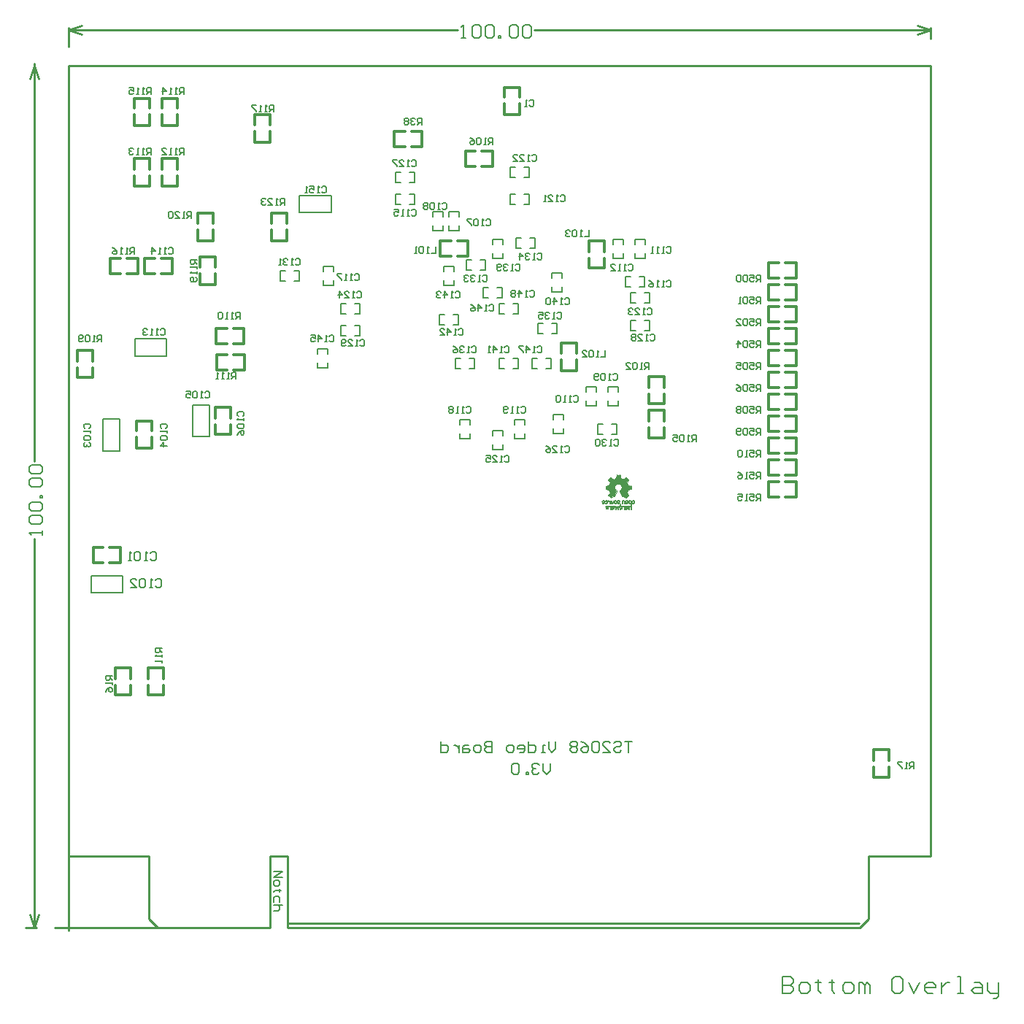
<source format=gbo>
G04*
G04 #@! TF.GenerationSoftware,Altium Limited,CircuitStudio,1.5.2 (30)*
G04*
G04 Layer_Color=12632256*
%FSLAX25Y25*%
%MOIN*%
G70*
G01*
G75*
%ADD38C,0.01000*%
%ADD40C,0.01200*%
%ADD45C,0.00800*%
%ADD46C,0.00600*%
%ADD71C,0.00787*%
%ADD72C,0.00050*%
G36*
X555101Y1327522D02*
X555107Y1327536D01*
X555107Y1327536D01*
X555316Y1327397D01*
X555327Y1327409D01*
X555367Y1327393D01*
X555409Y1327292D01*
X555404Y1327288D01*
X555462Y1327201D01*
X555472Y1327150D01*
X555474Y1327151D01*
X555509Y1326975D01*
X555510Y1326975D01*
X555550Y1326774D01*
X555549Y1326766D01*
X555549Y1326766D01*
X555550Y1326756D01*
X555509Y1326546D01*
X555508Y1326546D01*
X555472Y1326365D01*
X555465Y1326368D01*
X555405Y1326223D01*
X555402Y1326225D01*
X555373Y1326155D01*
X555301Y1326125D01*
X555296Y1326132D01*
X555128Y1326021D01*
X555070Y1326009D01*
X555070Y1326011D01*
X554833Y1325964D01*
X554833Y1325963D01*
X554830Y1325962D01*
X554526Y1326023D01*
X554531Y1326035D01*
X554383Y1326097D01*
X554394Y1326111D01*
X554303Y1326172D01*
X554268Y1326225D01*
X554497Y1326421D01*
X554470Y1326394D01*
X554475Y1326383D01*
X554657Y1326308D01*
X554657Y1326308D01*
X554836Y1326234D01*
X554838Y1326235D01*
X554838Y1326238D01*
X554844Y1326235D01*
X554986Y1326294D01*
X554985Y1326294D01*
X555119Y1326350D01*
X555117Y1326352D01*
X555128Y1326357D01*
X555182Y1326486D01*
X555183Y1326486D01*
X555248Y1326644D01*
X555244Y1326655D01*
X554242Y1326654D01*
Y1326911D01*
X554230Y1326910D01*
X554227Y1326922D01*
X554279Y1327184D01*
X554289Y1327180D01*
X554382Y1327404D01*
X554408Y1327415D01*
X554427Y1327395D01*
X554630Y1327531D01*
X554636Y1327532D01*
X554637Y1327531D01*
X554875Y1327578D01*
X554880Y1327577D01*
X554880Y1327614D01*
X555101Y1327522D01*
D02*
G37*
G36*
X563902Y1327580D02*
X563902Y1327576D01*
X563920Y1327580D01*
X564060Y1327552D01*
X564062Y1327567D01*
X564197Y1327511D01*
X564197Y1327511D01*
X564390Y1327431D01*
X564424Y1327348D01*
X564173Y1327151D01*
X564148Y1327213D01*
X564066Y1327247D01*
X564067Y1327248D01*
X563987Y1327281D01*
X563986Y1327267D01*
X563891Y1327286D01*
X563887Y1327285D01*
X563887Y1327280D01*
X563867Y1327284D01*
X563751Y1327261D01*
X563750Y1327267D01*
X563652Y1327227D01*
X563653Y1327226D01*
X563616Y1327211D01*
X563595Y1327161D01*
X563596Y1327161D01*
X563561Y1327077D01*
X563563Y1327070D01*
X563577Y1326906D01*
X563997D01*
X563997Y1326918D01*
X564002Y1326919D01*
X564212Y1326877D01*
X564210Y1326872D01*
X564379Y1326802D01*
X564384Y1326791D01*
X564386Y1326794D01*
X564456Y1326625D01*
X564457Y1326625D01*
X564528Y1326451D01*
X564526Y1326445D01*
X564523Y1326446D01*
X564526Y1326440D01*
X564451Y1326260D01*
X564451Y1326260D01*
X564385Y1326099D01*
X564362Y1326090D01*
X564367Y1326086D01*
X564181Y1326009D01*
X564183Y1326004D01*
X563956Y1325959D01*
X563956Y1325957D01*
X563949Y1325955D01*
X563820Y1325981D01*
X563818Y1325968D01*
X563713Y1326011D01*
Y1326011D01*
X563613Y1326053D01*
X563583Y1326127D01*
X563577Y1326127D01*
Y1325990D01*
X563275D01*
Y1327053D01*
X563261Y1327053D01*
X563287Y1327184D01*
X563275Y1327186D01*
X563320Y1327294D01*
Y1327294D01*
X563378Y1327435D01*
X563442Y1327461D01*
X563447Y1327454D01*
X563543Y1327517D01*
X563647Y1327538D01*
X563647Y1327538D01*
X563880Y1327585D01*
X563902Y1327580D01*
D02*
G37*
G36*
X556094Y1327520D02*
X556094Y1327520D01*
X556256Y1327453D01*
X556273Y1327411D01*
Y1327382D01*
X556281Y1327392D01*
X556273Y1327411D01*
Y1327547D01*
X556585D01*
Y1325996D01*
X556273D01*
Y1326929D01*
X556304Y1326928D01*
X556308Y1326938D01*
X556250Y1327076D01*
X556250Y1327076D01*
X556209Y1327176D01*
X556187Y1327185D01*
X556191Y1327189D01*
X555971Y1327280D01*
X555971Y1327280D01*
X555971Y1327277D01*
X555867Y1327234D01*
X555867D01*
X555756Y1327188D01*
X555540Y1327446D01*
X555525Y1327464D01*
X555697Y1327536D01*
X555697Y1327536D01*
X555864Y1327605D01*
X555864Y1327605D01*
X555863Y1327606D01*
X555874Y1327611D01*
X556094Y1327520D01*
D02*
G37*
G36*
X557783Y1328985D02*
X557796Y1328985D01*
X557797Y1328982D01*
X557773Y1328861D01*
X557785Y1328859D01*
X557741Y1328753D01*
X557741D01*
X557673Y1328589D01*
X557627Y1328570D01*
X557617Y1328581D01*
X557455Y1328473D01*
X557447Y1328471D01*
X557443Y1328481D01*
X557263Y1328407D01*
X557264Y1328407D01*
X557253Y1328402D01*
X557035Y1328493D01*
X557035Y1328493D01*
X556874Y1328559D01*
X556856Y1328601D01*
Y1328465D01*
X556544D01*
Y1330017D01*
X556856D01*
Y1329091D01*
X556825Y1329092D01*
X556822Y1329084D01*
X556877Y1328950D01*
X556878Y1328951D01*
X556928Y1328829D01*
X556927Y1328829D01*
X556928Y1328827D01*
X557042Y1328780D01*
X557042Y1328780D01*
X557158Y1328732D01*
X557162Y1328733D01*
X557162Y1328732D01*
X557166Y1328731D01*
X557284Y1328780D01*
X557284Y1328780D01*
X557399Y1328827D01*
X557400Y1328829D01*
X557399Y1328829D01*
X557449Y1328951D01*
X557450Y1328950D01*
X557506Y1329084D01*
X557502Y1329092D01*
X557471Y1330017D01*
X557783D01*
Y1328985D01*
D02*
G37*
G36*
X562421Y1327520D02*
X562422Y1327520D01*
X562584Y1327453D01*
X562601Y1327411D01*
Y1327382D01*
X562609Y1327392D01*
X562601Y1327411D01*
Y1327547D01*
X562913D01*
Y1325996D01*
X562601D01*
Y1326929D01*
X562631Y1326928D01*
X562635Y1326938D01*
X562578Y1327076D01*
X562578Y1327076D01*
X562536Y1327176D01*
X562514Y1327185D01*
X562518Y1327189D01*
X562299Y1327280D01*
X562299Y1327280D01*
X562299Y1327277D01*
X562195Y1327234D01*
X562083Y1327188D01*
X561867Y1327446D01*
X561852Y1327464D01*
X562025Y1327536D01*
X562025Y1327536D01*
X562191Y1327605D01*
X562191Y1327605D01*
X562191Y1327606D01*
X562201Y1327611D01*
X562421Y1327520D01*
D02*
G37*
G36*
X557580Y1327580D02*
X557579Y1327576D01*
X557597Y1327580D01*
X557737Y1327552D01*
X557739Y1327567D01*
X557874Y1327511D01*
X557874Y1327511D01*
X558067Y1327431D01*
X558101Y1327348D01*
X557851Y1327151D01*
X557825Y1327213D01*
X557743Y1327247D01*
X557744Y1327248D01*
X557665Y1327281D01*
X557663Y1327267D01*
X557568Y1327286D01*
X557564Y1327285D01*
X557564Y1327280D01*
X557544Y1327284D01*
X557428Y1327261D01*
X557427Y1327267D01*
X557329Y1327227D01*
X557330Y1327226D01*
X557293Y1327211D01*
X557273Y1327161D01*
X557273Y1327161D01*
X557238Y1327077D01*
X557241Y1327070D01*
X557254Y1326906D01*
X557675D01*
X557675Y1326918D01*
X557679Y1326919D01*
X557889Y1326877D01*
X557887Y1326872D01*
X558056Y1326802D01*
X558061Y1326791D01*
X558063Y1326794D01*
X558134Y1326625D01*
X558134Y1326625D01*
X558206Y1326451D01*
X558203Y1326445D01*
X558201Y1326446D01*
X558203Y1326440D01*
X558129Y1326260D01*
X558129Y1326260D01*
X558062Y1326099D01*
X558039Y1326090D01*
X558044Y1326086D01*
X557859Y1326009D01*
X557860Y1326004D01*
X557633Y1325959D01*
X557633Y1325957D01*
X557627Y1325955D01*
X557497Y1325981D01*
X557495Y1325968D01*
X557390Y1326011D01*
Y1326011D01*
X557291Y1326052D01*
X557260Y1326127D01*
X557254Y1326127D01*
Y1325990D01*
X556952D01*
Y1327053D01*
X556938Y1327053D01*
X556964Y1327184D01*
X556952Y1327186D01*
X556997Y1327294D01*
X557055Y1327435D01*
X557119Y1327461D01*
X557124Y1327454D01*
X557220Y1327517D01*
X557324Y1327538D01*
X557324Y1327538D01*
X557557Y1327585D01*
X557580Y1327580D01*
D02*
G37*
G36*
X560920Y1327397D02*
X561102Y1327518D01*
X561104Y1327516D01*
X561315Y1327603D01*
X561322Y1327601D01*
X561321Y1327612D01*
X561326Y1327614D01*
X561457Y1327560D01*
X561456Y1327557D01*
X561569Y1327510D01*
X561569Y1327511D01*
X561721Y1327448D01*
X561751Y1327375D01*
X561750Y1327374D01*
X561834Y1327171D01*
X561825Y1327169D01*
X561856Y1327015D01*
X561885Y1326793D01*
X561883Y1326773D01*
X561883Y1326774D01*
X561886Y1326754D01*
X561856Y1326529D01*
X561856Y1326529D01*
X561825Y1326373D01*
X561835Y1326372D01*
X561750Y1326167D01*
X561750Y1326169D01*
X561719Y1326094D01*
X561569Y1326032D01*
X561569Y1326032D01*
X561456Y1325985D01*
X561457Y1325983D01*
X561326Y1325928D01*
X561321Y1325930D01*
X561322Y1325937D01*
X561316Y1325935D01*
X561102Y1326023D01*
X561102Y1326023D01*
X560910Y1326102D01*
X560896Y1326136D01*
X560920Y1325996D01*
X560608D01*
Y1328174D01*
X560920D01*
Y1327397D01*
D02*
G37*
G36*
X559925Y1325996D02*
X559650D01*
X559325Y1327081D01*
X559319D01*
X558995Y1325996D01*
X558720D01*
X558224Y1327547D01*
X558554D01*
X558851Y1326461D01*
X558858D01*
X559208Y1327547D01*
X559436D01*
X559787Y1326461D01*
X559793D01*
X560091Y1327547D01*
X560421D01*
X559925Y1325996D01*
D02*
G37*
G36*
X561856Y1327015D02*
X561856Y1327015D01*
X561856Y1327015D01*
X561856Y1327015D01*
D02*
G37*
G36*
X564174Y1327151D02*
X564172Y1327150D01*
X564173Y1327151D01*
X564174Y1327151D01*
D02*
G37*
G36*
X557851Y1327151D02*
X557850Y1327150D01*
X557851Y1327151D01*
X557851Y1327151D01*
D02*
G37*
G36*
X553403Y1329991D02*
X553409Y1330005D01*
X553409Y1330005D01*
X553618Y1329866D01*
X553629Y1329879D01*
X553668Y1329862D01*
X553711Y1329761D01*
X553705Y1329757D01*
X553763Y1329671D01*
X553773Y1329619D01*
X553776Y1329620D01*
X553811Y1329444D01*
X553812Y1329445D01*
X553852Y1329243D01*
X553850Y1329235D01*
X553850Y1329235D01*
X553852Y1329226D01*
X553810Y1329016D01*
X553809Y1329016D01*
X553773Y1328835D01*
X553766Y1328837D01*
X553706Y1328692D01*
X553703Y1328694D01*
X553674Y1328624D01*
X553603Y1328594D01*
X553597Y1328602D01*
X553430Y1328490D01*
X553372Y1328478D01*
X553371Y1328480D01*
X553134Y1328433D01*
X553134Y1328432D01*
X553132Y1328432D01*
X552828Y1328492D01*
X552833Y1328505D01*
X552685Y1328566D01*
X552695Y1328581D01*
X552605Y1328641D01*
X552570Y1328694D01*
X552799Y1328890D01*
X552772Y1328864D01*
X552776Y1328852D01*
X552958Y1328777D01*
X552958Y1328777D01*
X553137Y1328703D01*
X553140Y1328704D01*
X553140Y1328707D01*
X553145Y1328704D01*
X553287Y1328763D01*
X553287Y1328764D01*
X553421Y1328819D01*
X553419Y1328821D01*
X553430Y1328826D01*
X553484Y1328955D01*
X553484Y1328955D01*
X553550Y1329113D01*
X553546Y1329124D01*
X552543Y1329123D01*
Y1329380D01*
X552531Y1329380D01*
X552529Y1329391D01*
X552581Y1329653D01*
X552591Y1329650D01*
X552684Y1329874D01*
X552710Y1329884D01*
X552728Y1329864D01*
X552932Y1330000D01*
X552938Y1330001D01*
X552939Y1330000D01*
X553177Y1330047D01*
X553182Y1330046D01*
X553182Y1330083D01*
X553403Y1329991D01*
D02*
G37*
G36*
X564099D02*
X564105Y1330005D01*
X564105Y1330005D01*
X564314Y1329866D01*
X564325Y1329879D01*
X564365Y1329862D01*
X564407Y1329761D01*
X564401Y1329757D01*
X564460Y1329670D01*
X564470Y1329619D01*
X564472Y1329620D01*
X564507Y1329444D01*
X564508Y1329445D01*
X564548Y1329243D01*
X564547Y1329235D01*
X564547Y1329235D01*
X564548Y1329226D01*
X564507Y1329016D01*
X564505Y1329016D01*
X564469Y1328835D01*
X564463Y1328837D01*
X564402Y1328692D01*
X564400Y1328694D01*
X564371Y1328624D01*
X564299Y1328594D01*
X564294Y1328602D01*
X564126Y1328490D01*
X564068Y1328478D01*
X564068Y1328480D01*
X563830Y1328433D01*
X563831Y1328432D01*
X563828Y1328432D01*
X563524Y1328492D01*
X563529Y1328505D01*
X563381Y1328566D01*
X563391Y1328581D01*
X563301Y1328641D01*
X563266Y1328694D01*
X563495Y1328890D01*
X563468Y1328864D01*
X563473Y1328852D01*
X563654Y1328777D01*
X563655Y1328777D01*
X563834Y1328703D01*
X563836Y1328704D01*
X563836Y1328707D01*
X563841Y1328704D01*
X563983Y1328763D01*
X563983Y1328764D01*
X564117Y1328819D01*
X564115Y1328821D01*
X564126Y1328826D01*
X564180Y1328955D01*
X564181Y1328955D01*
X564246Y1329113D01*
X564242Y1329124D01*
X563239Y1329123D01*
Y1329380D01*
X563228Y1329380D01*
X563225Y1329391D01*
X563277Y1329653D01*
X563287Y1329650D01*
X563380Y1329874D01*
X563406Y1329884D01*
X563424Y1329864D01*
X563628Y1330000D01*
X563634Y1330001D01*
X563635Y1330000D01*
X563873Y1330047D01*
X563878Y1330046D01*
X563878Y1330083D01*
X564099Y1329991D01*
D02*
G37*
G36*
X560184Y1330056D02*
X560184Y1330049D01*
X560192Y1330050D01*
X560411Y1330007D01*
X560412Y1330008D01*
X560606Y1329927D01*
X560603Y1329922D01*
X560667Y1329895D01*
X560721Y1329764D01*
X560721Y1329764D01*
X560802Y1329567D01*
X560798Y1329556D01*
X560797Y1329557D01*
X560801Y1329548D01*
X560731Y1329378D01*
X560730Y1329378D01*
X560673Y1329239D01*
X560648Y1329229D01*
X560654Y1329223D01*
X560492Y1329156D01*
X560492Y1329156D01*
X560317Y1329084D01*
X560041Y1329091D01*
X560039Y1329111D01*
X559957Y1329077D01*
X559957Y1329077D01*
X559894Y1329050D01*
X559895Y1329049D01*
X559880Y1329043D01*
X559862Y1329000D01*
X559862Y1329000D01*
X559838Y1328942D01*
X559840Y1328939D01*
X559838Y1328940D01*
X559836Y1328936D01*
X559871Y1328852D01*
X559870Y1328852D01*
X559888Y1328810D01*
X559937Y1328789D01*
X559936Y1328788D01*
X560034Y1328747D01*
X560034Y1328744D01*
X560152Y1328695D01*
X560157Y1328697D01*
X560157Y1328728D01*
X560163Y1328726D01*
X560426Y1328779D01*
X560427Y1328777D01*
X560655Y1328930D01*
X560864Y1328724D01*
X560875Y1328712D01*
X560554Y1328498D01*
X560553Y1328498D01*
X560552Y1328501D01*
X560187Y1328428D01*
X560181Y1328430D01*
X560181Y1328430D01*
X560173Y1328429D01*
X559932Y1328477D01*
X559932Y1328477D01*
X559839Y1328496D01*
X559725Y1328571D01*
X559722Y1328566D01*
X559632Y1328603D01*
X559583Y1328721D01*
X559584Y1328721D01*
X559503Y1328916D01*
X559507Y1328925D01*
X559496Y1328924D01*
X559494Y1328929D01*
X559563Y1329096D01*
X559563Y1329095D01*
X559628Y1329252D01*
X559631Y1329249D01*
X559648Y1329288D01*
X559781Y1329344D01*
Y1329344D01*
X559874Y1329382D01*
X559876Y1329374D01*
X559988Y1329396D01*
X560245Y1329407D01*
X560246Y1329381D01*
X560345Y1329422D01*
X560345Y1329423D01*
X560414Y1329452D01*
X560415Y1329451D01*
X560418Y1329452D01*
X560439Y1329504D01*
X560439Y1329504D01*
X560460Y1329553D01*
X560463Y1329553D01*
X560464Y1329558D01*
X560409Y1329690D01*
X560398Y1329695D01*
X560397Y1329694D01*
X560311Y1329730D01*
X560312Y1329734D01*
X560194Y1329783D01*
X560183Y1329779D01*
X560185Y1329784D01*
X560174Y1329789D01*
X559960Y1329700D01*
X559952Y1329719D01*
X559952Y1329719D01*
X559769Y1329597D01*
X559576Y1329824D01*
X559572Y1329828D01*
X559811Y1329987D01*
X559831Y1329991D01*
X559831Y1329988D01*
X559995Y1330021D01*
X559995Y1330021D01*
X560178Y1330057D01*
X560184Y1330056D01*
D02*
G37*
G36*
X562475Y1329989D02*
X562475Y1329989D01*
X562638Y1329922D01*
X562655Y1329881D01*
Y1329851D01*
X562662Y1329862D01*
X562655Y1329881D01*
Y1330017D01*
X562967D01*
Y1328465D01*
X562655D01*
Y1329389D01*
X562686Y1329389D01*
X562689Y1329396D01*
X562634Y1329529D01*
X562633Y1329529D01*
X562583Y1329650D01*
X562583Y1329650D01*
X562582Y1329653D01*
X562468Y1329701D01*
X562468Y1329701D01*
X562350Y1329750D01*
X562345Y1329748D01*
X562346Y1329747D01*
X562342Y1329749D01*
X562226Y1329701D01*
X562226Y1329701D01*
X562113Y1329654D01*
X562111Y1329650D01*
X562111Y1329650D01*
X562061Y1329529D01*
X562061Y1329529D01*
X562006Y1329396D01*
X562009Y1329389D01*
X562040Y1328465D01*
X561728D01*
Y1329497D01*
X561715Y1329497D01*
X561714Y1329500D01*
X561738Y1329620D01*
X561726Y1329623D01*
X561770Y1329729D01*
X561770D01*
X561838Y1329892D01*
X561884Y1329912D01*
X561894Y1329900D01*
X562059Y1330010D01*
X562063Y1330011D01*
X562067Y1330000D01*
X562245Y1330074D01*
X562244Y1330076D01*
X562255Y1330080D01*
X562475Y1329989D01*
D02*
G37*
G36*
X554731Y1329998D02*
X554731Y1330000D01*
X554750Y1329996D01*
X554961Y1329855D01*
X554974Y1329870D01*
X555017Y1329852D01*
X555060Y1329748D01*
X555053Y1329743D01*
X555119Y1329643D01*
X555126Y1329607D01*
X555128Y1329608D01*
X555162Y1329437D01*
X555163Y1329437D01*
X555201Y1329246D01*
X555200Y1329239D01*
X555200Y1329239D01*
X555201Y1329232D01*
X555163Y1329041D01*
X555162Y1329041D01*
X555129Y1328871D01*
X555126Y1328872D01*
X555119Y1328837D01*
X555052Y1328737D01*
X555060Y1328732D01*
X555018Y1328630D01*
X554974Y1328611D01*
X554961Y1328626D01*
X554752Y1328487D01*
X554731Y1328482D01*
X554730Y1328484D01*
X554474Y1328433D01*
X554471Y1328434D01*
X554471Y1328434D01*
X554467Y1328433D01*
X554304Y1328466D01*
Y1328466D01*
X554206Y1328485D01*
X554153Y1328520D01*
X554153Y1328519D01*
X553941Y1328661D01*
X553908Y1328710D01*
X554131Y1328911D01*
X554131Y1328912D01*
X554143Y1328922D01*
X554131Y1328911D01*
X554156Y1328851D01*
X554286Y1328797D01*
X554287Y1328798D01*
X554456Y1328728D01*
X554459Y1328729D01*
X554458Y1328723D01*
X554469Y1328718D01*
X554636Y1328788D01*
X554635Y1328788D01*
X554762Y1328840D01*
X554773Y1328868D01*
X554775Y1328868D01*
X554841Y1329028D01*
X554839Y1329028D01*
X554878Y1329227D01*
X554876Y1329239D01*
X554876Y1329239D01*
X554878Y1329252D01*
X554839Y1329451D01*
X554841Y1329452D01*
X554775Y1329612D01*
X554773Y1329611D01*
X554761Y1329640D01*
X554635Y1329692D01*
X554636Y1329693D01*
X554469Y1329762D01*
X554458Y1329757D01*
X554459Y1329752D01*
X554456Y1329753D01*
X554288Y1329683D01*
X554287Y1329684D01*
X554153Y1329629D01*
X554129Y1329571D01*
X553913Y1329766D01*
X553907Y1329770D01*
X553941Y1329821D01*
X554153Y1329962D01*
X554153Y1329961D01*
X554207Y1329997D01*
X554304Y1330016D01*
X554304Y1330016D01*
X554467Y1330049D01*
X554471Y1330048D01*
X554471Y1330048D01*
X554474Y1330049D01*
X554731Y1329998D01*
D02*
G37*
G36*
X555698Y1329989D02*
X555699Y1329989D01*
X555861Y1329922D01*
X555878Y1329881D01*
Y1329851D01*
X555886Y1329862D01*
X555878Y1329881D01*
Y1330017D01*
X556190D01*
Y1328465D01*
X555878D01*
Y1329398D01*
X555908Y1329397D01*
X555912Y1329407D01*
X555855Y1329545D01*
X555855Y1329545D01*
X555813Y1329645D01*
X555792Y1329654D01*
X555795Y1329658D01*
X555576Y1329749D01*
X555576Y1329749D01*
X555576Y1329747D01*
X555472Y1329704D01*
X555361Y1329657D01*
X555144Y1329915D01*
X555129Y1329933D01*
X555302Y1330005D01*
X555302Y1330005D01*
X555468Y1330074D01*
X555468Y1330074D01*
X555468Y1330076D01*
X555478Y1330080D01*
X555698Y1329989D01*
D02*
G37*
G36*
X560829Y1341720D02*
X560847Y1341677D01*
X561114Y1340283D01*
X561112Y1340283D01*
X561130Y1340240D01*
X561159Y1340228D01*
X562326Y1339745D01*
Y1339745D01*
X562355Y1339733D01*
X562397Y1339750D01*
X563572Y1340547D01*
X563571Y1340548D01*
X563614Y1340566D01*
X563671Y1340542D01*
X563671D01*
X564671Y1339534D01*
X564676Y1339538D01*
Y1339538D01*
X564699Y1339481D01*
X564682Y1339438D01*
X563885Y1338263D01*
X563884Y1338264D01*
X563866Y1338221D01*
X563878Y1338192D01*
X564361Y1337025D01*
X564373Y1336997D01*
X564416Y1336979D01*
X565810Y1336712D01*
X565810Y1336713D01*
X565853Y1336695D01*
X565877Y1336638D01*
X565871Y1335218D01*
X565877D01*
X565853Y1335160D01*
X565810Y1335143D01*
X564417Y1334875D01*
X564416Y1334877D01*
X564373Y1334859D01*
X564361Y1334830D01*
X563878Y1333663D01*
X563866Y1333634D01*
X563884Y1333591D01*
X564680Y1332417D01*
X564682Y1332418D01*
X564699Y1332375D01*
X564676Y1332318D01*
Y1332318D01*
X563667Y1331318D01*
X563671Y1331313D01*
X563614Y1331290D01*
X563571Y1331307D01*
X562397Y1332104D01*
X562397Y1332105D01*
X562355Y1332123D01*
X562326Y1332111D01*
X561791Y1331890D01*
X561763Y1331878D01*
X561705Y1331901D01*
X561693Y1331931D01*
X560709Y1334340D01*
X560698Y1334369D01*
X560721Y1334426D01*
X560747Y1334437D01*
X560756Y1334418D01*
X561244Y1334744D01*
X561607Y1335287D01*
X561735Y1335928D01*
X561607Y1336568D01*
X561244Y1337111D01*
X560702Y1337474D01*
X560061Y1337601D01*
X559421Y1337474D01*
X558878Y1337111D01*
X558515Y1336568D01*
X558388Y1335928D01*
X558515Y1335287D01*
X558878Y1334744D01*
X559366Y1334418D01*
X559375Y1334437D01*
X559401Y1334426D01*
X559425Y1334369D01*
X559413Y1334340D01*
X558429Y1331931D01*
X558429D01*
X558417Y1331901D01*
X558360Y1331878D01*
X558331Y1331890D01*
X557796Y1332111D01*
X557768Y1332123D01*
X557725Y1332105D01*
X556550Y1331309D01*
X556551Y1331307D01*
X556508Y1331290D01*
X556451Y1331313D01*
X555451Y1332322D01*
X555447Y1332318D01*
X555423Y1332375D01*
X555441Y1332418D01*
X556237Y1333592D01*
X556239Y1333591D01*
X556256Y1333634D01*
X556244Y1333663D01*
X555761Y1334830D01*
X555761D01*
X555749Y1334859D01*
X555706Y1334877D01*
X554313Y1335144D01*
X554312Y1335143D01*
X554269Y1335160D01*
X554246Y1335218D01*
X554252Y1336638D01*
X554246D01*
X554269Y1336695D01*
X554312Y1336713D01*
X555706Y1336980D01*
X555706Y1336979D01*
X555749Y1336997D01*
X555761Y1337025D01*
X556244Y1338192D01*
X556256Y1338221D01*
X556239Y1338264D01*
X555442Y1339439D01*
X555441Y1339438D01*
X555423Y1339481D01*
X555447Y1339538D01*
X556455Y1340538D01*
X556451Y1340542D01*
X556451D01*
X556508Y1340566D01*
X556551Y1340548D01*
X557726Y1339752D01*
X557725Y1339750D01*
X557768Y1339733D01*
X557796Y1339745D01*
X558964Y1340228D01*
X558992Y1340240D01*
X559010Y1340283D01*
X559277Y1341677D01*
X559276Y1341677D01*
X559294Y1341720D01*
X559351Y1341743D01*
X560771Y1341737D01*
Y1341743D01*
X560829Y1341720D01*
D02*
G37*
G36*
X558870Y1330019D02*
X558872Y1330027D01*
X559002Y1329973D01*
X559002Y1329973D01*
X559102Y1329906D01*
X559112Y1329919D01*
X559194Y1329885D01*
X559204Y1329861D01*
X559206Y1329862D01*
X559308Y1329615D01*
X559309Y1329616D01*
X559340Y1329461D01*
X559346Y1329462D01*
X559387Y1329257D01*
X559384Y1329243D01*
X559345Y1329243D01*
X559384Y1329243D01*
X559384Y1329243D01*
D01*
D01*
D01*
D01*
X559385Y1329243D01*
X559388Y1329228D01*
X559347Y1329020D01*
X559340Y1329021D01*
X559309Y1328865D01*
X559308Y1328865D01*
X559206Y1328619D01*
X559202Y1328623D01*
X559190Y1328594D01*
X559112Y1328561D01*
X559102Y1328574D01*
X559002Y1328507D01*
X559002Y1328508D01*
X558872Y1328454D01*
X558870Y1328463D01*
X558713Y1328432D01*
X558705Y1328433D01*
X558706Y1328434D01*
X558698Y1328432D01*
X558542Y1328463D01*
X558541Y1328454D01*
X558411Y1328508D01*
X558411Y1328507D01*
X558310Y1328574D01*
X558301Y1328561D01*
X558220Y1328595D01*
X558209Y1328621D01*
X558206Y1328619D01*
X558104Y1328865D01*
X558103Y1328865D01*
X558072Y1329021D01*
X558065Y1329020D01*
X558024Y1329228D01*
X558027Y1329243D01*
X558028Y1329243D01*
X558025Y1329257D01*
X558066Y1329462D01*
X558072Y1329461D01*
X558103Y1329616D01*
X558104Y1329615D01*
X558206Y1329862D01*
X558206Y1329862D01*
X558215Y1329884D01*
X558300Y1329919D01*
X558310Y1329906D01*
X558411Y1329973D01*
X558411Y1329973D01*
X558541Y1330027D01*
X558542Y1330019D01*
X558698Y1330050D01*
X558706Y1330048D01*
X558705Y1330048D01*
X558713Y1330050D01*
X558870Y1330019D01*
D02*
G37*
G36*
X567080Y1330019D02*
X567082Y1330027D01*
X567212Y1329973D01*
X567212Y1329973D01*
X567312Y1329906D01*
X567322Y1329919D01*
X567404Y1329885D01*
X567414Y1329861D01*
X567416Y1329862D01*
X567518Y1329615D01*
X567519Y1329616D01*
X567550Y1329461D01*
X567556Y1329462D01*
X567597Y1329257D01*
X567594Y1329243D01*
D01*
D01*
X567595Y1329243D01*
X567598Y1329228D01*
X567557Y1329020D01*
X567550Y1329021D01*
X567519Y1328865D01*
X567518Y1328865D01*
X567416Y1328619D01*
X567412Y1328623D01*
X567400Y1328594D01*
X567321Y1328561D01*
X567312Y1328574D01*
X567212Y1328507D01*
X567212Y1328508D01*
X567082Y1328454D01*
X567080Y1328463D01*
X566923Y1328432D01*
X566915Y1328433D01*
X566916Y1328434D01*
X566908Y1328432D01*
X566752Y1328463D01*
X566751Y1328454D01*
X566621Y1328508D01*
X566621Y1328507D01*
X566520Y1328574D01*
X566511Y1328561D01*
X566430Y1328595D01*
X566419Y1328621D01*
X566416Y1328619D01*
X566314Y1328865D01*
X566313Y1328865D01*
X566282Y1329021D01*
X566275Y1329020D01*
X566234Y1329228D01*
X566237Y1329243D01*
X566238Y1329243D01*
X566235Y1329257D01*
X566276Y1329462D01*
X566282Y1329461D01*
X566313Y1329616D01*
X566314Y1329615D01*
X566416Y1329862D01*
X566416Y1329862D01*
X566425Y1329884D01*
X566510Y1329919D01*
X566520Y1329906D01*
X566621Y1329973D01*
X566621Y1329973D01*
X566751Y1330027D01*
X566752Y1330019D01*
X566908Y1330050D01*
X566916Y1330048D01*
X566915Y1330048D01*
X566923Y1330050D01*
X567080Y1330019D01*
D02*
G37*
G36*
X565278Y1330081D02*
X565277Y1330076D01*
X565283Y1330078D01*
X565497Y1329990D01*
X565497Y1329990D01*
X565686Y1329912D01*
X565702Y1329874D01*
X565678Y1330017D01*
X565990D01*
Y1325996D01*
X565678D01*
Y1326920D01*
X565710Y1326919D01*
X565713Y1326927D01*
X565657Y1327060D01*
X565657Y1327060D01*
X565607Y1327181D01*
X565607Y1327181D01*
X565606Y1327184D01*
X565492Y1327231D01*
X565492Y1327232D01*
X565373Y1327281D01*
X565369Y1327279D01*
X565370Y1327278D01*
X565366Y1327280D01*
X565249Y1327232D01*
X565249Y1327231D01*
X565137Y1327185D01*
X565135Y1327181D01*
X565135Y1327181D01*
X565085Y1327060D01*
X565085Y1327060D01*
X565029Y1326927D01*
X565032Y1326919D01*
X565064Y1325996D01*
X564752D01*
Y1327028D01*
X564739Y1327028D01*
X564738Y1327031D01*
X564762Y1327151D01*
X564750Y1327153D01*
X564794Y1327259D01*
X564794D01*
X564862Y1327423D01*
X564908Y1327442D01*
X564918Y1327431D01*
X565083Y1327541D01*
X565087Y1327542D01*
X565091Y1327531D01*
X565269Y1327605D01*
X565268Y1327606D01*
X565279Y1327611D01*
X565499Y1327520D01*
X565499Y1327520D01*
X565661Y1327453D01*
X565678Y1327411D01*
X565678Y1328613D01*
D01*
D01*
X565497Y1328492D01*
X565496Y1328496D01*
X565285Y1328408D01*
X565277Y1328412D01*
X565278Y1328400D01*
X565273Y1328398D01*
X565143Y1328452D01*
X565144Y1328455D01*
X565031Y1328501D01*
X565031Y1328501D01*
X564877Y1328565D01*
X564847Y1328636D01*
X564849Y1328637D01*
X564765Y1328840D01*
X564775Y1328842D01*
X564744Y1328997D01*
X564744Y1328996D01*
X564715Y1329220D01*
X564717Y1329239D01*
X564717Y1329239D01*
X564714Y1329259D01*
X564744Y1329483D01*
X564744Y1329483D01*
X564775Y1329638D01*
X564765Y1329640D01*
X564849Y1329843D01*
X564845Y1329846D01*
X564874Y1329915D01*
X565031Y1329980D01*
X565031Y1329980D01*
X565144Y1330026D01*
X565143Y1330029D01*
X565273Y1330082D01*
X565278Y1330081D01*
D02*
G37*
%LPC*%
G36*
X558714Y1329752D02*
X558705Y1329749D01*
X558706Y1329748D01*
X558705Y1329748D01*
X558705Y1329749D01*
X558697Y1329752D01*
X558558Y1329694D01*
X558558Y1329694D01*
X558467Y1329657D01*
X558449Y1329612D01*
X558447Y1329614D01*
X558391Y1329478D01*
X558386Y1329479D01*
X558347Y1329385D01*
X558364Y1329385D01*
X558337Y1329250D01*
X558340Y1329239D01*
X558340D01*
X558340Y1329239D01*
X558378Y1329239D01*
X558340Y1329239D01*
X558338Y1329228D01*
X558364Y1329094D01*
X558347Y1329094D01*
X558386Y1329000D01*
X558391Y1329001D01*
X558446Y1328866D01*
X558449Y1328868D01*
X558467Y1328824D01*
X558558Y1328786D01*
X558558Y1328786D01*
X558697Y1328729D01*
X558705Y1328732D01*
X558705Y1328732D01*
X558706Y1328732D01*
X558705Y1328732D01*
X558714Y1328728D01*
X558854Y1328786D01*
X558854Y1328786D01*
X558942Y1328823D01*
X558961Y1328869D01*
X558965Y1328866D01*
X559022Y1329001D01*
X559017Y1329002D01*
X559035Y1329097D01*
X559050Y1329096D01*
X559077Y1329232D01*
X559075Y1329243D01*
X559072Y1329243D01*
X559075Y1329253D01*
X559049Y1329385D01*
X559035Y1329385D01*
X559017Y1329477D01*
X559021Y1329478D01*
X558965Y1329615D01*
X558961Y1329612D01*
X558942Y1329658D01*
X558854Y1329694D01*
X558854Y1329694D01*
X558714Y1329752D01*
D02*
G37*
G36*
X565367Y1329762D02*
X565271Y1329722D01*
X565272Y1329718D01*
X565195Y1329686D01*
X565195Y1329686D01*
X565145Y1329665D01*
X565106Y1329571D01*
X565104Y1329572D01*
X565040Y1329250D01*
X565043Y1329239D01*
X565043Y1329239D01*
X565041Y1329228D01*
X565104Y1328908D01*
X565106Y1328909D01*
X565145Y1328815D01*
X565195Y1328794D01*
X565195Y1328794D01*
X565272Y1328762D01*
X565271Y1328759D01*
X565367Y1328719D01*
X565373Y1328721D01*
X565373Y1328722D01*
X565372Y1328722D01*
X565372Y1328758D01*
X565373Y1328722D01*
X565377Y1328720D01*
X565473Y1328760D01*
X565472Y1328763D01*
X565549Y1328795D01*
X565549Y1328795D01*
X565596Y1328815D01*
X565637Y1328914D01*
X565638Y1328913D01*
X565702Y1329235D01*
X565701Y1329239D01*
X565701Y1329239D01*
X565702Y1329243D01*
X565638Y1329566D01*
X565637Y1329566D01*
X565596Y1329665D01*
X565549Y1329685D01*
X565549Y1329685D01*
X565472Y1329717D01*
X565473Y1329720D01*
X565377Y1329760D01*
X565372Y1329758D01*
X565373Y1329759D01*
X565367Y1329762D01*
D02*
G37*
G36*
X567594Y1329243D02*
X567555Y1329243D01*
X567594Y1329243D01*
X567594Y1329243D01*
D01*
D01*
D02*
G37*
G36*
X563941Y1326690D02*
X563577Y1326649D01*
Y1326536D01*
X563543Y1326536D01*
X563537Y1326523D01*
X563592Y1326391D01*
X563594Y1326392D01*
X563615Y1326342D01*
X563616Y1326343D01*
X563626Y1326318D01*
X563647Y1326309D01*
X563648Y1326309D01*
X563754Y1326266D01*
X563755Y1326274D01*
X563892Y1326247D01*
X563918Y1326252D01*
X563917Y1326229D01*
X563927Y1326225D01*
X564049Y1326276D01*
X564048Y1326278D01*
X564143Y1326317D01*
X564141Y1326319D01*
X564162Y1326328D01*
X564187Y1326388D01*
X564187Y1326388D01*
X564216Y1326460D01*
X564216Y1326461D01*
X564215Y1326460D01*
X564218Y1326468D01*
X564188Y1326540D01*
X564188Y1326540D01*
X564168Y1326591D01*
X564141Y1326601D01*
X564142Y1326603D01*
X564058Y1326638D01*
X564058Y1326641D01*
X563941Y1326690D01*
D02*
G37*
G36*
X553186Y1329768D02*
X553181Y1329767D01*
X553182Y1329766D01*
X553178Y1329768D01*
X553056Y1329717D01*
X553056Y1329717D01*
X552939Y1329669D01*
X552937Y1329664D01*
X552936Y1329664D01*
X552882Y1329534D01*
X552882Y1329535D01*
X552818Y1329381D01*
X553509Y1329380D01*
X553547Y1329380D01*
X553484Y1329535D01*
X553483Y1329534D01*
X553429Y1329664D01*
X553429Y1329664D01*
X553428Y1329668D01*
X553309Y1329717D01*
X553309Y1329717D01*
X553186Y1329768D01*
D02*
G37*
G36*
X566924Y1329752D02*
X566915Y1329749D01*
X566916Y1329748D01*
X566915Y1329748D01*
X566915Y1329749D01*
X566907Y1329752D01*
X566768Y1329694D01*
X566768Y1329694D01*
X566677Y1329657D01*
X566659Y1329612D01*
X566657Y1329614D01*
X566601Y1329478D01*
X566596Y1329479D01*
X566557Y1329385D01*
X566574Y1329385D01*
X566547Y1329250D01*
X566550Y1329239D01*
X566550D01*
X566548Y1329228D01*
X566574Y1329094D01*
X566557Y1329094D01*
X566596Y1329000D01*
X566601Y1329001D01*
X566656Y1328866D01*
X566659Y1328868D01*
X566677Y1328824D01*
X566768Y1328786D01*
X566768Y1328786D01*
X566907Y1328729D01*
X566915Y1328732D01*
X566915Y1328732D01*
X566916Y1328732D01*
X566915Y1328732D01*
X566924Y1328728D01*
X567064Y1328786D01*
X567064Y1328786D01*
X567152Y1328823D01*
X567171Y1328869D01*
X567175Y1328866D01*
X567231Y1329001D01*
X567227Y1329002D01*
X567245Y1329097D01*
X567260Y1329096D01*
X567287Y1329231D01*
X567285Y1329243D01*
X567282Y1329243D01*
X567285Y1329254D01*
X567258Y1329385D01*
X567245Y1329385D01*
X567227Y1329477D01*
X567231Y1329478D01*
X567175Y1329615D01*
X567171Y1329612D01*
X567152Y1329658D01*
X567064Y1329694D01*
X567064Y1329694D01*
X566924Y1329752D01*
D02*
G37*
G36*
X557619Y1326690D02*
X557254Y1326649D01*
Y1326536D01*
X557220Y1326536D01*
X557215Y1326523D01*
X557269Y1326391D01*
X557271Y1326392D01*
X557292Y1326342D01*
X557293Y1326343D01*
X557303Y1326318D01*
X557324Y1326309D01*
X557325Y1326309D01*
X557431Y1326266D01*
X557432Y1326274D01*
X557569Y1326247D01*
X557595Y1326252D01*
X557594Y1326229D01*
X557604Y1326225D01*
X557726Y1326276D01*
X557725Y1326278D01*
X557820Y1326317D01*
X557818Y1326319D01*
X557839Y1326328D01*
X557864Y1326388D01*
X557864Y1326388D01*
X557894Y1326460D01*
X557893Y1326461D01*
X557892Y1326460D01*
X557895Y1326468D01*
X557865Y1326540D01*
X557865Y1326540D01*
X557845Y1326591D01*
X557819Y1326601D01*
X557820Y1326603D01*
X557735Y1326638D01*
X557736Y1326641D01*
X557619Y1326690D01*
D02*
G37*
G36*
X556856Y1328629D02*
X556849Y1328619D01*
X556856Y1328601D01*
Y1328629D01*
D02*
G37*
G36*
X565678D02*
Y1328613D01*
D01*
D01*
X565688Y1328620D01*
X565678Y1328629D01*
D02*
G37*
G36*
X563882Y1329768D02*
X563877Y1329767D01*
X563878Y1329766D01*
X563874Y1329768D01*
X563752Y1329717D01*
X563752Y1329717D01*
X563635Y1329669D01*
X563633Y1329664D01*
X563632Y1329664D01*
X563579Y1329534D01*
X563578Y1329535D01*
X563515Y1329381D01*
X564206Y1329380D01*
X564244Y1329380D01*
X564180Y1329535D01*
X564179Y1329534D01*
X564126Y1329664D01*
X564125Y1329664D01*
X564124Y1329668D01*
X564005Y1329717D01*
X564005Y1329717D01*
X563882Y1329768D01*
D02*
G37*
G36*
X561231Y1327293D02*
X561226Y1327291D01*
X561226Y1327289D01*
X561226Y1327288D01*
X561226Y1327254D01*
X561226Y1327289D01*
X561221Y1327290D01*
X561127Y1327251D01*
X561127Y1327248D01*
X561051Y1327216D01*
X561051Y1327216D01*
X561004Y1327197D01*
X560963Y1327097D01*
X560961Y1327097D01*
X560897Y1326776D01*
X560898Y1326774D01*
X560898Y1326774D01*
X560897Y1326769D01*
X560961Y1326445D01*
X560963Y1326445D01*
X561004Y1326346D01*
X561051Y1326326D01*
X561051Y1326326D01*
X561127Y1326294D01*
X561127Y1326291D01*
X561221Y1326252D01*
X561226Y1326254D01*
X561226Y1326252D01*
X561231Y1326249D01*
X561327Y1326289D01*
X561327Y1326293D01*
X561404Y1326325D01*
X561403Y1326325D01*
X561454Y1326346D01*
X561492Y1326439D01*
X561494Y1326439D01*
X561558Y1326761D01*
X561556Y1326773D01*
X561558Y1326784D01*
X561495Y1327104D01*
X561492Y1327103D01*
X561454Y1327196D01*
X561403Y1327217D01*
X561404Y1327217D01*
X561327Y1327249D01*
X561327Y1327253D01*
X561231Y1327293D01*
D02*
G37*
G36*
X554884Y1327299D02*
X554880Y1327297D01*
X554880Y1327297D01*
X554876Y1327299D01*
X554754Y1327248D01*
X554754Y1327248D01*
X554637Y1327200D01*
X554635Y1327194D01*
X554634Y1327195D01*
X554581Y1327065D01*
X554580Y1327065D01*
X554517Y1326912D01*
X555208Y1326911D01*
X555246Y1326911D01*
X555182Y1327065D01*
X555181Y1327065D01*
X555128Y1327195D01*
X555127Y1327195D01*
X555126Y1327199D01*
X555007Y1327248D01*
X555007Y1327248D01*
X554884Y1327299D01*
D02*
G37*
G36*
X565678Y1327411D02*
Y1327382D01*
X565686Y1327392D01*
X565678Y1327411D01*
D02*
G37*
%LPD*%
G36*
X561556Y1326773D02*
X561556Y1326773D01*
X561556Y1326774D01*
X561556Y1326773D01*
D02*
G37*
G36*
X566588Y1329239D02*
X566550Y1329239D01*
X566550Y1329239D01*
X566588Y1329239D01*
D02*
G37*
D38*
X308937Y1537126D02*
Y1546000D01*
X702638Y1541063D02*
Y1546000D01*
X308937Y1545000D02*
X486592D01*
X521782D02*
X702638D01*
X308937D02*
X314937Y1543000D01*
X308937Y1545000D02*
X314937Y1547000D01*
X696638D02*
X702638Y1545000D01*
X696638Y1543000D02*
X702638Y1545000D01*
X293189Y1527701D02*
Y1529701D01*
X289252Y1135000D02*
X294189D01*
X293189Y1347845D02*
Y1528701D01*
Y1135000D02*
Y1312656D01*
X291189Y1522701D02*
X293189Y1528701D01*
X295189Y1522701D01*
X293189Y1135000D02*
X295189Y1141000D01*
X291189D02*
X293189Y1135000D01*
X409000Y1137000D02*
X670000D01*
X409000D02*
Y1167500D01*
X350000Y1135000D02*
X401000D01*
Y1137000D02*
Y1167500D01*
X409000D01*
X302500Y1135000D02*
X349700D01*
X308937Y1133563D02*
Y1167500D01*
X345700Y1139000D02*
X349700Y1135000D01*
X670300D02*
X674300Y1139000D01*
X345700D02*
Y1167500D01*
X308937D02*
X345700D01*
X674300Y1139000D02*
Y1167500D01*
X702500D01*
X308937D02*
Y1528701D01*
X702500D01*
Y1167500D02*
Y1528701D01*
X401000Y1135000D02*
Y1167500D01*
X409000Y1135000D02*
Y1167500D01*
X349700Y1135000D02*
X401000D01*
X409000D02*
X670300D01*
X401000Y1167500D02*
X409000D01*
D40*
X320187Y1301500D02*
X324687D01*
X320187Y1308500D02*
X324687D01*
X327687D02*
X332687D01*
X327687Y1301500D02*
X332687D01*
X320187D02*
Y1308500D01*
X332687Y1301500D02*
Y1308500D01*
X352437Y1241250D02*
Y1245750D01*
X345437Y1241250D02*
Y1245750D01*
Y1248750D02*
Y1253750D01*
X352437Y1248750D02*
Y1253750D01*
X345437Y1241250D02*
X352437D01*
X345437Y1253750D02*
X352437D01*
X330437D02*
X337437D01*
X330437Y1241250D02*
X337437D01*
Y1248750D02*
Y1253750D01*
X330437Y1248750D02*
Y1253750D01*
Y1241250D02*
Y1245750D01*
X337437Y1241250D02*
Y1245750D01*
X339937Y1361813D02*
Y1366313D01*
X346937Y1361813D02*
Y1366313D01*
Y1353813D02*
Y1358813D01*
X339937Y1353813D02*
Y1358813D01*
Y1366313D02*
X346937D01*
X339937Y1353813D02*
X346937D01*
X507937Y1514250D02*
Y1518750D01*
X514937Y1514250D02*
Y1518750D01*
Y1506250D02*
Y1511250D01*
X507937Y1506250D02*
Y1511250D01*
Y1518750D02*
X514937D01*
X507937Y1506250D02*
X514937D01*
X676500Y1216250D02*
X683500D01*
X676500Y1203750D02*
X683500D01*
Y1211250D02*
Y1216250D01*
X676500Y1211250D02*
Y1216250D01*
Y1203750D02*
Y1208250D01*
X683500Y1203750D02*
Y1208250D01*
X457687Y1491500D02*
Y1498500D01*
X470187Y1491500D02*
Y1498500D01*
X457687D02*
X462687D01*
X457687Y1491500D02*
X462687D01*
X465687D02*
X470187D01*
X465687Y1498500D02*
X470187D01*
X628750Y1351500D02*
X633250D01*
X628750Y1358500D02*
X633250D01*
X636250D02*
X641250D01*
X636250Y1351500D02*
X641250D01*
X628750D02*
Y1358500D01*
X641250Y1351500D02*
Y1358500D01*
X628750Y1381500D02*
X633250D01*
X628750Y1388500D02*
X633250D01*
X636250D02*
X641250D01*
X636250Y1381500D02*
X641250D01*
X628750D02*
Y1388500D01*
X641250Y1381500D02*
Y1388500D01*
X628750Y1411500D02*
X633250D01*
X628750Y1418500D02*
X633250D01*
X636250D02*
X641250D01*
X636250Y1411500D02*
X641250D01*
X628750D02*
Y1418500D01*
X641250Y1411500D02*
Y1418500D01*
X628750Y1431500D02*
X633250D01*
X628750Y1438500D02*
X633250D01*
X636250D02*
X641250D01*
X636250Y1431500D02*
X641250D01*
X628750D02*
Y1438500D01*
X641250Y1431500D02*
Y1438500D01*
X628750Y1421500D02*
X633250D01*
X628750Y1428500D02*
X633250D01*
X636250D02*
X641250D01*
X636250Y1421500D02*
X641250D01*
X628750D02*
Y1428500D01*
X641250Y1421500D02*
Y1428500D01*
X628750Y1401500D02*
X633250D01*
X628750Y1408500D02*
X633250D01*
X636250D02*
X641250D01*
X636250Y1401500D02*
X641250D01*
X628750D02*
Y1408500D01*
X641250Y1401500D02*
Y1408500D01*
X628750Y1391500D02*
X633250D01*
X628750Y1398500D02*
X633250D01*
X636250D02*
X641250D01*
X636250Y1391500D02*
X641250D01*
X628750D02*
Y1398500D01*
X641250Y1391500D02*
Y1398500D01*
X628750Y1371500D02*
X633250D01*
X628750Y1378500D02*
X633250D01*
X636250D02*
X641250D01*
X636250Y1371500D02*
X641250D01*
X628750D02*
Y1378500D01*
X641250Y1371500D02*
Y1378500D01*
X628750Y1361500D02*
X633250D01*
X628750Y1368500D02*
X633250D01*
X636250D02*
X641250D01*
X636250Y1361500D02*
X641250D01*
X628750D02*
Y1368500D01*
X641250Y1361500D02*
Y1368500D01*
X628750Y1331500D02*
X633250D01*
X628750Y1338500D02*
X633250D01*
X636250D02*
X641250D01*
X636250Y1331500D02*
X641250D01*
X628750D02*
Y1338500D01*
X641250Y1331500D02*
Y1338500D01*
X628750Y1341500D02*
X633250D01*
X628750Y1348500D02*
X633250D01*
X636250D02*
X641250D01*
X636250Y1341500D02*
X641250D01*
X628750D02*
Y1348500D01*
X641250Y1341500D02*
Y1348500D01*
X486750Y1448500D02*
X491250D01*
X486750Y1441500D02*
X491250D01*
X478750D02*
X483750D01*
X478750Y1448500D02*
X483750D01*
X491250Y1441500D02*
Y1448500D01*
X478750Y1441500D02*
Y1448500D01*
X553500Y1436250D02*
Y1440750D01*
X546500Y1436250D02*
Y1440750D01*
Y1443750D02*
Y1448750D01*
X553500Y1443750D02*
Y1448750D01*
X546500Y1436250D02*
X553500D01*
X546500Y1448750D02*
X553500D01*
X490187Y1482500D02*
X494687D01*
X490187Y1489500D02*
X494687D01*
X497687D02*
X502687D01*
X497687Y1482500D02*
X502687D01*
X490187D02*
Y1489500D01*
X502687Y1482500D02*
Y1489500D01*
X369000Y1436750D02*
Y1441250D01*
X376000Y1436750D02*
Y1441250D01*
Y1428750D02*
Y1433750D01*
X369000Y1428750D02*
Y1433750D01*
Y1441250D02*
X376000D01*
X369000Y1428750D02*
X376000D01*
X368000Y1456750D02*
Y1461250D01*
X375000Y1456750D02*
Y1461250D01*
Y1448750D02*
Y1453750D01*
X368000Y1448750D02*
Y1453750D01*
Y1461250D02*
X375000D01*
X368000Y1448750D02*
X375000D01*
X383000Y1360250D02*
Y1364750D01*
X376000Y1360250D02*
Y1364750D01*
Y1367750D02*
Y1372750D01*
X383000Y1367750D02*
Y1372750D01*
X376000Y1360250D02*
X383000D01*
X376000Y1372750D02*
X383000D01*
X384368Y1408500D02*
X388868D01*
X384368Y1401500D02*
X388868D01*
X376368D02*
X381368D01*
X376368Y1408500D02*
X381368D01*
X388868Y1401500D02*
Y1408500D01*
X376368Y1401500D02*
Y1408500D01*
X376687Y1389500D02*
X381187D01*
X376687Y1396500D02*
X381187D01*
X384187D02*
X389187D01*
X384187Y1389500D02*
X389187D01*
X376687D02*
Y1396500D01*
X389187Y1389500D02*
Y1396500D01*
X401500Y1456750D02*
Y1461250D01*
X408500Y1456750D02*
Y1461250D01*
Y1448750D02*
Y1453750D01*
X401500Y1448750D02*
Y1453750D01*
Y1461250D02*
X408500D01*
X401500Y1448750D02*
X408500D01*
X534000Y1397400D02*
Y1401900D01*
X541000Y1397400D02*
Y1401900D01*
Y1389400D02*
Y1394400D01*
X534000Y1389400D02*
Y1394400D01*
Y1401900D02*
X541000D01*
X534000Y1389400D02*
X541000D01*
X343750Y1433500D02*
X348250D01*
X343750Y1440500D02*
X348250D01*
X351250D02*
X356250D01*
X351250Y1433500D02*
X356250D01*
X343750D02*
Y1440500D01*
X356250Y1433500D02*
Y1440500D01*
X358500Y1473750D02*
Y1478250D01*
X351500Y1473750D02*
Y1478250D01*
Y1481250D02*
Y1486250D01*
X358500Y1481250D02*
Y1486250D01*
X351500Y1473750D02*
X358500D01*
X351500Y1486250D02*
X358500D01*
X346000Y1473750D02*
Y1478250D01*
X339000Y1473750D02*
Y1478250D01*
Y1481250D02*
Y1486250D01*
X346000Y1481250D02*
Y1486250D01*
X339000Y1473750D02*
X346000D01*
X339000Y1486250D02*
X346000D01*
X351500Y1509250D02*
Y1513750D01*
X358500Y1509250D02*
Y1513750D01*
Y1501250D02*
Y1506250D01*
X351500Y1501250D02*
Y1506250D01*
Y1513750D02*
X358500D01*
X351500Y1501250D02*
X358500D01*
X339000Y1509250D02*
Y1513750D01*
X346000Y1509250D02*
Y1513750D01*
Y1501250D02*
Y1506250D01*
X339000Y1501250D02*
Y1506250D01*
Y1513750D02*
X346000D01*
X339000Y1501250D02*
X346000D01*
X394000Y1501750D02*
Y1506250D01*
X401000Y1501750D02*
Y1506250D01*
Y1493750D02*
Y1498750D01*
X394000Y1493750D02*
Y1498750D01*
Y1506250D02*
X401000D01*
X394000Y1493750D02*
X401000D01*
X327982Y1433500D02*
X332482D01*
X327982Y1440500D02*
X332482D01*
X335482D02*
X340482D01*
X335482Y1433500D02*
X340482D01*
X327982D02*
Y1440500D01*
X340482Y1433500D02*
Y1440500D01*
X581000Y1374250D02*
Y1378750D01*
X574000Y1374250D02*
Y1378750D01*
Y1381750D02*
Y1386750D01*
X581000Y1381750D02*
Y1386750D01*
X574000Y1374250D02*
X581000D01*
X574000Y1386750D02*
X581000D01*
Y1358750D02*
Y1363250D01*
X574000Y1358750D02*
Y1363250D01*
Y1366250D02*
Y1371250D01*
X581000Y1366250D02*
Y1371250D01*
X574000Y1358750D02*
X581000D01*
X574000Y1371250D02*
X581000D01*
X319937Y1386250D02*
Y1390750D01*
X312937Y1386250D02*
Y1390750D01*
Y1393750D02*
Y1398750D01*
X319937Y1393750D02*
Y1398750D01*
X312937Y1386250D02*
X319937D01*
X312937Y1398750D02*
X319937D01*
D45*
X625000Y1340000D02*
Y1342999D01*
X623500D01*
X623001Y1342499D01*
Y1341500D01*
X623500Y1341000D01*
X625000D01*
X624000D02*
X623001Y1340000D01*
X620002Y1342999D02*
X622001D01*
Y1341500D01*
X621001Y1341999D01*
X620501D01*
X620002Y1341500D01*
Y1340500D01*
X620501Y1340000D01*
X621501D01*
X622001Y1340500D01*
X619002Y1340000D02*
X618002D01*
X618502D01*
Y1342999D01*
X619002Y1342499D01*
X614503Y1342999D02*
X615503Y1342499D01*
X616503Y1341500D01*
Y1340500D01*
X616003Y1340000D01*
X615003D01*
X614503Y1340500D01*
Y1341000D01*
X615003Y1341500D01*
X616503D01*
X625000Y1330000D02*
Y1332999D01*
X623500D01*
X623001Y1332499D01*
Y1331499D01*
X623500Y1331000D01*
X625000D01*
X624000D02*
X623001Y1330000D01*
X620002Y1332999D02*
X622001D01*
Y1331499D01*
X621001Y1331999D01*
X620501D01*
X620002Y1331499D01*
Y1330500D01*
X620501Y1330000D01*
X621501D01*
X622001Y1330500D01*
X619002Y1330000D02*
X618002D01*
X618502D01*
Y1332999D01*
X619002Y1332499D01*
X614503Y1332999D02*
X616503D01*
Y1331499D01*
X615503Y1331999D01*
X615003D01*
X614503Y1331499D01*
Y1330500D01*
X615003Y1330000D01*
X616003D01*
X616503Y1330500D01*
X625000Y1360000D02*
Y1362999D01*
X623500D01*
X623001Y1362499D01*
Y1361500D01*
X623500Y1361000D01*
X625000D01*
X624000D02*
X623001Y1360000D01*
X620002Y1362999D02*
X622001D01*
Y1361500D01*
X621001Y1361999D01*
X620501D01*
X620002Y1361500D01*
Y1360500D01*
X620501Y1360000D01*
X621501D01*
X622001Y1360500D01*
X619002Y1362499D02*
X618502Y1362999D01*
X617502D01*
X617002Y1362499D01*
Y1360500D01*
X617502Y1360000D01*
X618502D01*
X619002Y1360500D01*
Y1362499D01*
X616003Y1360500D02*
X615503Y1360000D01*
X614503D01*
X614004Y1360500D01*
Y1362499D01*
X614503Y1362999D01*
X615503D01*
X616003Y1362499D01*
Y1361999D01*
X615503Y1361500D01*
X614004D01*
X625000Y1370000D02*
Y1372999D01*
X623500D01*
X623001Y1372499D01*
Y1371500D01*
X623500Y1371000D01*
X625000D01*
X624000D02*
X623001Y1370000D01*
X620002Y1372999D02*
X622001D01*
Y1371500D01*
X621001Y1371999D01*
X620501D01*
X620002Y1371500D01*
Y1370500D01*
X620501Y1370000D01*
X621501D01*
X622001Y1370500D01*
X619002Y1372499D02*
X618502Y1372999D01*
X617502D01*
X617002Y1372499D01*
Y1370500D01*
X617502Y1370000D01*
X618502D01*
X619002Y1370500D01*
Y1372499D01*
X616003D02*
X615503Y1372999D01*
X614503D01*
X614004Y1372499D01*
Y1371999D01*
X614503Y1371500D01*
X614004Y1371000D01*
Y1370500D01*
X614503Y1370000D01*
X615503D01*
X616003Y1370500D01*
Y1371000D01*
X615503Y1371500D01*
X616003Y1371999D01*
Y1372499D01*
X615503Y1371500D02*
X614503D01*
X625000Y1390000D02*
Y1392999D01*
X623500D01*
X623001Y1392499D01*
Y1391500D01*
X623500Y1391000D01*
X625000D01*
X624000D02*
X623001Y1390000D01*
X620002Y1392999D02*
X622001D01*
Y1391500D01*
X621001Y1391999D01*
X620501D01*
X620002Y1391500D01*
Y1390500D01*
X620501Y1390000D01*
X621501D01*
X622001Y1390500D01*
X619002Y1392499D02*
X618502Y1392999D01*
X617502D01*
X617002Y1392499D01*
Y1390500D01*
X617502Y1390000D01*
X618502D01*
X619002Y1390500D01*
Y1392499D01*
X614004Y1392999D02*
X616003D01*
Y1391500D01*
X615003Y1391999D01*
X614503D01*
X614004Y1391500D01*
Y1390500D01*
X614503Y1390000D01*
X615503D01*
X616003Y1390500D01*
X625000Y1400000D02*
Y1402999D01*
X623500D01*
X623001Y1402499D01*
Y1401499D01*
X623500Y1401000D01*
X625000D01*
X624000D02*
X623001Y1400000D01*
X620002Y1402999D02*
X622001D01*
Y1401499D01*
X621001Y1401999D01*
X620501D01*
X620002Y1401499D01*
Y1400500D01*
X620501Y1400000D01*
X621501D01*
X622001Y1400500D01*
X619002Y1402499D02*
X618502Y1402999D01*
X617502D01*
X617002Y1402499D01*
Y1400500D01*
X617502Y1400000D01*
X618502D01*
X619002Y1400500D01*
Y1402499D01*
X614503Y1400000D02*
Y1402999D01*
X616003Y1401499D01*
X614004D01*
X625000Y1420000D02*
Y1422999D01*
X623500D01*
X623001Y1422499D01*
Y1421500D01*
X623500Y1421000D01*
X625000D01*
X624000D02*
X623001Y1420000D01*
X620002Y1422999D02*
X622001D01*
Y1421500D01*
X621001Y1421999D01*
X620501D01*
X620002Y1421500D01*
Y1420500D01*
X620501Y1420000D01*
X621501D01*
X622001Y1420500D01*
X619002Y1422499D02*
X618502Y1422999D01*
X617502D01*
X617002Y1422499D01*
Y1420500D01*
X617502Y1420000D01*
X618502D01*
X619002Y1420500D01*
Y1422499D01*
X616003Y1420000D02*
X615003D01*
X615503D01*
Y1422999D01*
X616003Y1422499D01*
X625000Y1430000D02*
Y1432999D01*
X623500D01*
X623001Y1432499D01*
Y1431499D01*
X623500Y1431000D01*
X625000D01*
X624000D02*
X623001Y1430000D01*
X620002Y1432999D02*
X622001D01*
Y1431499D01*
X621001Y1431999D01*
X620501D01*
X620002Y1431499D01*
Y1430500D01*
X620501Y1430000D01*
X621501D01*
X622001Y1430500D01*
X619002Y1432499D02*
X618502Y1432999D01*
X617502D01*
X617002Y1432499D01*
Y1430500D01*
X617502Y1430000D01*
X618502D01*
X619002Y1430500D01*
Y1432499D01*
X616003D02*
X615503Y1432999D01*
X614503D01*
X614004Y1432499D01*
Y1430500D01*
X614503Y1430000D01*
X615503D01*
X616003Y1430500D01*
Y1432499D01*
X346271Y1305832D02*
X346938Y1306499D01*
X348271D01*
X348937Y1305832D01*
Y1303166D01*
X348271Y1302500D01*
X346938D01*
X346271Y1303166D01*
X344938Y1302500D02*
X343605D01*
X344272D01*
Y1306499D01*
X344938Y1305832D01*
X341606D02*
X340939Y1306499D01*
X339607D01*
X338940Y1305832D01*
Y1303166D01*
X339607Y1302500D01*
X340939D01*
X341606Y1303166D01*
Y1305832D01*
X337607Y1302500D02*
X336274D01*
X336941D01*
Y1306499D01*
X337607Y1305832D01*
X348771Y1293754D02*
X349438Y1294421D01*
X350770D01*
X351437Y1293754D01*
Y1291089D01*
X350770Y1290422D01*
X349438D01*
X348771Y1291089D01*
X347438Y1290422D02*
X346105D01*
X346772D01*
Y1294421D01*
X347438Y1293754D01*
X344106D02*
X343440Y1294421D01*
X342107D01*
X341440Y1293754D01*
Y1291089D01*
X342107Y1290422D01*
X343440D01*
X344106Y1291089D01*
Y1293754D01*
X337441Y1290422D02*
X340107D01*
X337441Y1293088D01*
Y1293754D01*
X338108Y1294421D01*
X339441D01*
X340107Y1293754D01*
X557501Y1387499D02*
X558001Y1387999D01*
X559000D01*
X559500Y1387499D01*
Y1385500D01*
X559000Y1385000D01*
X558001D01*
X557501Y1385500D01*
X556501Y1385000D02*
X555501D01*
X556001D01*
Y1387999D01*
X556501Y1387499D01*
X554002D02*
X553502Y1387999D01*
X552502D01*
X552002Y1387499D01*
Y1385500D01*
X552502Y1385000D01*
X553502D01*
X554002Y1385500D01*
Y1387499D01*
X551003Y1385500D02*
X550503Y1385000D01*
X549503D01*
X549003Y1385500D01*
Y1387499D01*
X549503Y1387999D01*
X550503D01*
X551003Y1387499D01*
Y1386999D01*
X550503Y1386500D01*
X549003D01*
X595500Y1357000D02*
Y1359999D01*
X594000D01*
X593501Y1359499D01*
Y1358500D01*
X594000Y1358000D01*
X595500D01*
X594500D02*
X593501Y1357000D01*
X592501D02*
X591501D01*
X592001D01*
Y1359999D01*
X592501Y1359499D01*
X590002D02*
X589502Y1359999D01*
X588502D01*
X588002Y1359499D01*
Y1357500D01*
X588502Y1357000D01*
X589502D01*
X590002Y1357500D01*
Y1359499D01*
X585003Y1359999D02*
X587003D01*
Y1358500D01*
X586003Y1358999D01*
X585503D01*
X585003Y1358500D01*
Y1357500D01*
X585503Y1357000D01*
X586503D01*
X587003Y1357500D01*
X625000Y1410000D02*
Y1412999D01*
X623500D01*
X623001Y1412499D01*
Y1411500D01*
X623500Y1411000D01*
X625000D01*
X624000D02*
X623001Y1410000D01*
X620002Y1412999D02*
X622001D01*
Y1411500D01*
X621001Y1411999D01*
X620501D01*
X620002Y1411500D01*
Y1410500D01*
X620501Y1410000D01*
X621501D01*
X622001Y1410500D01*
X619002Y1412499D02*
X618502Y1412999D01*
X617502D01*
X617002Y1412499D01*
Y1410500D01*
X617502Y1410000D01*
X618502D01*
X619002Y1410500D01*
Y1412499D01*
X614004Y1410000D02*
X616003D01*
X614004Y1411999D01*
Y1412499D01*
X614503Y1412999D01*
X615503D01*
X616003Y1412499D01*
X625000Y1380000D02*
Y1382999D01*
X623500D01*
X623001Y1382499D01*
Y1381499D01*
X623500Y1381000D01*
X625000D01*
X624000D02*
X623001Y1380000D01*
X620002Y1382999D02*
X622001D01*
Y1381499D01*
X621001Y1381999D01*
X620501D01*
X620002Y1381499D01*
Y1380500D01*
X620501Y1380000D01*
X621501D01*
X622001Y1380500D01*
X619002Y1382499D02*
X618502Y1382999D01*
X617502D01*
X617002Y1382499D01*
Y1380500D01*
X617502Y1380000D01*
X618502D01*
X619002Y1380500D01*
Y1382499D01*
X614004Y1382999D02*
X615003Y1382499D01*
X616003Y1381499D01*
Y1380500D01*
X615503Y1380000D01*
X614503D01*
X614004Y1380500D01*
Y1381000D01*
X614503Y1381499D01*
X616003D01*
X625000Y1350000D02*
Y1352999D01*
X623500D01*
X623001Y1352499D01*
Y1351499D01*
X623500Y1351000D01*
X625000D01*
X624000D02*
X623001Y1350000D01*
X620002Y1352999D02*
X622001D01*
Y1351499D01*
X621001Y1351999D01*
X620501D01*
X620002Y1351499D01*
Y1350500D01*
X620501Y1350000D01*
X621501D01*
X622001Y1350500D01*
X619002Y1350000D02*
X618002D01*
X618502D01*
Y1352999D01*
X619002Y1352499D01*
X616503D02*
X616003Y1352999D01*
X615003D01*
X614503Y1352499D01*
Y1350500D01*
X615003Y1350000D01*
X616003D01*
X616503Y1350500D01*
Y1352499D01*
X635000Y1112498D02*
Y1105000D01*
X638749D01*
X639998Y1106250D01*
Y1107499D01*
X638749Y1108749D01*
X635000D01*
X638749D01*
X639998Y1109998D01*
Y1111248D01*
X638749Y1112498D01*
X635000D01*
X643747Y1105000D02*
X646246D01*
X647496Y1106250D01*
Y1108749D01*
X646246Y1109998D01*
X643747D01*
X642498Y1108749D01*
Y1106250D01*
X643747Y1105000D01*
X651245Y1111248D02*
Y1109998D01*
X649995D01*
X652494D01*
X651245D01*
Y1106250D01*
X652494Y1105000D01*
X657493Y1111248D02*
Y1109998D01*
X656243D01*
X658742D01*
X657493D01*
Y1106250D01*
X658742Y1105000D01*
X663741D02*
X666240D01*
X667489Y1106250D01*
Y1108749D01*
X666240Y1109998D01*
X663741D01*
X662491Y1108749D01*
Y1106250D01*
X663741Y1105000D01*
X669989D02*
Y1109998D01*
X671238D01*
X672488Y1108749D01*
Y1105000D01*
Y1108749D01*
X673737Y1109998D01*
X674987Y1108749D01*
Y1105000D01*
X688733Y1112498D02*
X686234D01*
X684984Y1111248D01*
Y1106250D01*
X686234Y1105000D01*
X688733D01*
X689982Y1106250D01*
Y1111248D01*
X688733Y1112498D01*
X692481Y1109998D02*
X694981Y1105000D01*
X697480Y1109998D01*
X703728Y1105000D02*
X701229D01*
X699979Y1106250D01*
Y1108749D01*
X701229Y1109998D01*
X703728D01*
X704977Y1108749D01*
Y1107499D01*
X699979D01*
X707477Y1109998D02*
Y1105000D01*
Y1107499D01*
X708726Y1108749D01*
X709976Y1109998D01*
X711225D01*
X714974Y1105000D02*
X717473D01*
X716224D01*
Y1112498D01*
X714974D01*
X722472Y1109998D02*
X724971D01*
X726221Y1108749D01*
Y1105000D01*
X722472D01*
X721222Y1106250D01*
X722472Y1107499D01*
X726221D01*
X728720Y1109998D02*
Y1106250D01*
X729969Y1105000D01*
X733718D01*
Y1103750D01*
X732469Y1102501D01*
X731219D01*
X733718Y1105000D02*
Y1109998D01*
X566437Y1219998D02*
X563105D01*
X564771D01*
Y1215000D01*
X558106Y1219165D02*
X558939Y1219998D01*
X560605D01*
X561439Y1219165D01*
Y1218332D01*
X560605Y1217499D01*
X558939D01*
X558106Y1216666D01*
Y1215833D01*
X558939Y1215000D01*
X560605D01*
X561439Y1215833D01*
X553108Y1215000D02*
X556440D01*
X553108Y1218332D01*
Y1219165D01*
X553941Y1219998D01*
X555607D01*
X556440Y1219165D01*
X551442D02*
X550609Y1219998D01*
X548943D01*
X548110Y1219165D01*
Y1215833D01*
X548943Y1215000D01*
X550609D01*
X551442Y1215833D01*
Y1219165D01*
X543111Y1219998D02*
X544777Y1219165D01*
X546443Y1217499D01*
Y1215833D01*
X545610Y1215000D01*
X543944D01*
X543111Y1215833D01*
Y1216666D01*
X543944Y1217499D01*
X546443D01*
X541445Y1219165D02*
X540612Y1219998D01*
X538946D01*
X538113Y1219165D01*
Y1218332D01*
X538946Y1217499D01*
X538113Y1216666D01*
Y1215833D01*
X538946Y1215000D01*
X540612D01*
X541445Y1215833D01*
Y1216666D01*
X540612Y1217499D01*
X541445Y1218332D01*
Y1219165D01*
X540612Y1217499D02*
X538946D01*
X531448Y1219998D02*
Y1216666D01*
X529782Y1215000D01*
X528116Y1216666D01*
Y1219998D01*
X526450Y1215000D02*
X524784D01*
X525617D01*
Y1218332D01*
X526450D01*
X518952Y1219998D02*
Y1215000D01*
X521452D01*
X522285Y1215833D01*
Y1217499D01*
X521452Y1218332D01*
X518952D01*
X514787Y1215000D02*
X516453D01*
X517286Y1215833D01*
Y1217499D01*
X516453Y1218332D01*
X514787D01*
X513954Y1217499D01*
Y1216666D01*
X517286D01*
X511455Y1215000D02*
X509789D01*
X508956Y1215833D01*
Y1217499D01*
X509789Y1218332D01*
X511455D01*
X512288Y1217499D01*
Y1215833D01*
X511455Y1215000D01*
X502291Y1219998D02*
Y1215000D01*
X499792D01*
X498959Y1215833D01*
Y1216666D01*
X499792Y1217499D01*
X502291D01*
X499792D01*
X498959Y1218332D01*
Y1219165D01*
X499792Y1219998D01*
X502291D01*
X496460Y1215000D02*
X494794D01*
X493960Y1215833D01*
Y1217499D01*
X494794Y1218332D01*
X496460D01*
X497293Y1217499D01*
Y1215833D01*
X496460Y1215000D01*
X491461Y1218332D02*
X489795D01*
X488962Y1217499D01*
Y1215000D01*
X491461D01*
X492294Y1215833D01*
X491461Y1216666D01*
X488962D01*
X487296Y1218332D02*
Y1215000D01*
Y1216666D01*
X486463Y1217499D01*
X485630Y1218332D01*
X484797D01*
X478965Y1219998D02*
Y1215000D01*
X481464D01*
X482298Y1215833D01*
Y1217499D01*
X481464Y1218332D01*
X478965D01*
X528937Y1209998D02*
Y1206666D01*
X527271Y1205000D01*
X525605Y1206666D01*
Y1209998D01*
X523939Y1209165D02*
X523105Y1209998D01*
X521439D01*
X520606Y1209165D01*
Y1208332D01*
X521439Y1207499D01*
X522272D01*
X521439D01*
X520606Y1206666D01*
Y1205833D01*
X521439Y1205000D01*
X523105D01*
X523939Y1205833D01*
X518940Y1205000D02*
Y1205833D01*
X518107D01*
Y1205000D01*
X518940D01*
X514775Y1209165D02*
X513942Y1209998D01*
X512276D01*
X511443Y1209165D01*
Y1205833D01*
X512276Y1205000D01*
X513942D01*
X514775Y1205833D01*
Y1209165D01*
X402500Y1160500D02*
X406499D01*
X402500Y1157834D01*
X406499D01*
X402500Y1155835D02*
Y1154502D01*
X403166Y1153835D01*
X404499D01*
X405166Y1154502D01*
Y1155835D01*
X404499Y1156501D01*
X403166D01*
X402500Y1155835D01*
X405832Y1151836D02*
X405166D01*
Y1152503D01*
Y1151170D01*
Y1151836D01*
X403166D01*
X402500Y1151170D01*
X405166Y1146504D02*
Y1148504D01*
X404499Y1149170D01*
X403166D01*
X402500Y1148504D01*
Y1146504D01*
X406499Y1145172D02*
X402500D01*
X404499D01*
X405166Y1144505D01*
Y1143172D01*
X404499Y1142506D01*
X402500D01*
D46*
X695000Y1207500D02*
Y1210499D01*
X693501D01*
X693001Y1209999D01*
Y1209000D01*
X693501Y1208500D01*
X695000D01*
X694000D02*
X693001Y1207500D01*
X692001D02*
X691001D01*
X691501D01*
Y1210499D01*
X692001Y1209999D01*
X689502Y1210499D02*
X687502D01*
Y1209999D01*
X689502Y1208000D01*
Y1207500D01*
X470137Y1501700D02*
Y1504699D01*
X468637D01*
X468138Y1504199D01*
Y1503199D01*
X468637Y1502700D01*
X470137D01*
X469137D02*
X468138Y1501700D01*
X467138Y1504199D02*
X466638Y1504699D01*
X465638D01*
X465139Y1504199D01*
Y1503699D01*
X465638Y1503199D01*
X466138D01*
X465638D01*
X465139Y1502700D01*
Y1502200D01*
X465638Y1501700D01*
X466638D01*
X467138Y1502200D01*
X464139Y1504199D02*
X463639Y1504699D01*
X462639D01*
X462140Y1504199D01*
Y1503699D01*
X462639Y1503199D01*
X462140Y1502700D01*
Y1502200D01*
X462639Y1501700D01*
X463639D01*
X464139Y1502200D01*
Y1502700D01*
X463639Y1503199D01*
X464139Y1503699D01*
Y1504199D01*
X463639Y1503199D02*
X462639D01*
X351500Y1262500D02*
X348501D01*
Y1261001D01*
X349001Y1260501D01*
X350001D01*
X350500Y1261001D01*
Y1262500D01*
Y1261500D02*
X351500Y1260501D01*
Y1259501D02*
Y1258501D01*
Y1259001D01*
X348501D01*
X349001Y1259501D01*
X351500Y1257002D02*
Y1256002D01*
Y1256502D01*
X348501D01*
X349001Y1257002D01*
X519438Y1512499D02*
X519937Y1512999D01*
X520937D01*
X521437Y1512499D01*
Y1510500D01*
X520937Y1510000D01*
X519937D01*
X519438Y1510500D01*
X518438Y1510000D02*
X517438D01*
X517938D01*
Y1512999D01*
X518438Y1512499D01*
X328937Y1250000D02*
X325938D01*
Y1248501D01*
X326438Y1248001D01*
X327437D01*
X327937Y1248501D01*
Y1250000D01*
Y1249000D02*
X328937Y1248001D01*
Y1247001D02*
Y1246001D01*
Y1246501D01*
X325938D01*
X326438Y1247001D01*
X325938Y1242502D02*
X326438Y1243502D01*
X327437Y1244502D01*
X328437D01*
X328937Y1244002D01*
Y1243002D01*
X328437Y1242502D01*
X327937D01*
X327437Y1243002D01*
Y1244502D01*
X519501Y1425499D02*
X520000Y1425999D01*
X521000D01*
X521500Y1425499D01*
Y1423500D01*
X521000Y1423000D01*
X520000D01*
X519501Y1423500D01*
X518501Y1423000D02*
X517501D01*
X518001D01*
Y1425999D01*
X518501Y1425499D01*
X514502Y1423000D02*
Y1425999D01*
X516002Y1424500D01*
X514002D01*
X513003Y1425499D02*
X512503Y1425999D01*
X511503D01*
X511003Y1425499D01*
Y1424999D01*
X511503Y1424500D01*
X511003Y1424000D01*
Y1423500D01*
X511503Y1423000D01*
X512503D01*
X513003Y1423500D01*
Y1424000D01*
X512503Y1424500D01*
X513003Y1424999D01*
Y1425499D01*
X512503Y1424500D02*
X511503D01*
X316438Y1363001D02*
X315938Y1363500D01*
Y1364500D01*
X316438Y1365000D01*
X318437D01*
X318937Y1364500D01*
Y1363500D01*
X318437Y1363001D01*
X318937Y1362001D02*
Y1361001D01*
Y1361501D01*
X315938D01*
X316438Y1362001D01*
Y1359502D02*
X315938Y1359002D01*
Y1358002D01*
X316438Y1357502D01*
X318437D01*
X318937Y1358002D01*
Y1359002D01*
X318437Y1359502D01*
X316438D01*
Y1356503D02*
X315938Y1356003D01*
Y1355003D01*
X316438Y1354503D01*
X316938D01*
X317437Y1355003D01*
Y1355503D01*
Y1355003D01*
X317937Y1354503D01*
X318437D01*
X318937Y1355003D01*
Y1356003D01*
X318437Y1356503D01*
X351438Y1363001D02*
X350938Y1363500D01*
Y1364500D01*
X351438Y1365000D01*
X353437D01*
X353937Y1364500D01*
Y1363500D01*
X353437Y1363001D01*
X353937Y1362001D02*
Y1361001D01*
Y1361501D01*
X350938D01*
X351438Y1362001D01*
Y1359502D02*
X350938Y1359002D01*
Y1358002D01*
X351438Y1357502D01*
X353437D01*
X353937Y1358002D01*
Y1359002D01*
X353437Y1359502D01*
X351438D01*
X353937Y1355003D02*
X350938D01*
X352437Y1356503D01*
Y1354503D01*
X371201Y1379299D02*
X371701Y1379799D01*
X372700D01*
X373200Y1379299D01*
Y1377300D01*
X372700Y1376800D01*
X371701D01*
X371201Y1377300D01*
X370201Y1376800D02*
X369201D01*
X369701D01*
Y1379799D01*
X370201Y1379299D01*
X367702D02*
X367202Y1379799D01*
X366202D01*
X365702Y1379299D01*
Y1377300D01*
X366202Y1376800D01*
X367202D01*
X367702Y1377300D01*
Y1379299D01*
X362703Y1379799D02*
X364703D01*
Y1378300D01*
X363703Y1378799D01*
X363203D01*
X362703Y1378300D01*
Y1377300D01*
X363203Y1376800D01*
X364203D01*
X364703Y1377300D01*
X386501Y1368501D02*
X386001Y1369000D01*
Y1370000D01*
X386501Y1370500D01*
X388500D01*
X389000Y1370000D01*
Y1369000D01*
X388500Y1368501D01*
X389000Y1367501D02*
Y1366501D01*
Y1367001D01*
X386001D01*
X386501Y1367501D01*
Y1365002D02*
X386001Y1364502D01*
Y1363502D01*
X386501Y1363002D01*
X388500D01*
X389000Y1363502D01*
Y1364502D01*
X388500Y1365002D01*
X386501D01*
X386001Y1360003D02*
X386501Y1361003D01*
X387500Y1362003D01*
X388500D01*
X389000Y1361503D01*
Y1360503D01*
X388500Y1360003D01*
X388000D01*
X387500Y1360503D01*
Y1362003D01*
X499501Y1457999D02*
X500000Y1458499D01*
X501000D01*
X501500Y1457999D01*
Y1456000D01*
X501000Y1455500D01*
X500000D01*
X499501Y1456000D01*
X498501Y1455500D02*
X497501D01*
X498001D01*
Y1458499D01*
X498501Y1457999D01*
X496002D02*
X495502Y1458499D01*
X494502D01*
X494002Y1457999D01*
Y1456000D01*
X494502Y1455500D01*
X495502D01*
X496002Y1456000D01*
Y1457999D01*
X493003Y1458499D02*
X491003D01*
Y1457999D01*
X493003Y1456000D01*
Y1455500D01*
X479501Y1465499D02*
X480000Y1465999D01*
X481000D01*
X481500Y1465499D01*
Y1463500D01*
X481000Y1463000D01*
X480000D01*
X479501Y1463500D01*
X478501Y1463000D02*
X477501D01*
X478001D01*
Y1465999D01*
X478501Y1465499D01*
X476002D02*
X475502Y1465999D01*
X474502D01*
X474002Y1465499D01*
Y1463500D01*
X474502Y1463000D01*
X475502D01*
X476002Y1463500D01*
Y1465499D01*
X473003D02*
X472503Y1465999D01*
X471503D01*
X471003Y1465499D01*
Y1464999D01*
X471503Y1464499D01*
X471003Y1464000D01*
Y1463500D01*
X471503Y1463000D01*
X472503D01*
X473003Y1463500D01*
Y1464000D01*
X472503Y1464499D01*
X473003Y1464999D01*
Y1465499D01*
X472503Y1464499D02*
X471503D01*
X539501Y1377499D02*
X540000Y1377999D01*
X541000D01*
X541500Y1377499D01*
Y1375500D01*
X541000Y1375000D01*
X540000D01*
X539501Y1375500D01*
X538501Y1375000D02*
X537501D01*
X538001D01*
Y1377999D01*
X538501Y1377499D01*
X536002Y1375000D02*
X535002D01*
X535502D01*
Y1377999D01*
X536002Y1377499D01*
X533503D02*
X533003Y1377999D01*
X532003D01*
X531503Y1377499D01*
Y1375500D01*
X532003Y1375000D01*
X533003D01*
X533503Y1375500D01*
Y1377499D01*
X582001Y1445499D02*
X582500Y1445999D01*
X583500D01*
X584000Y1445499D01*
Y1443500D01*
X583500Y1443000D01*
X582500D01*
X582001Y1443500D01*
X581001Y1443000D02*
X580001D01*
X580501D01*
Y1445999D01*
X581001Y1445499D01*
X578502Y1443000D02*
X577502D01*
X578002D01*
Y1445999D01*
X578502Y1445499D01*
X576003Y1443000D02*
X575003D01*
X575503D01*
Y1445999D01*
X576003Y1445499D01*
X564501Y1437499D02*
X565000Y1437999D01*
X566000D01*
X566500Y1437499D01*
Y1435500D01*
X566000Y1435000D01*
X565000D01*
X564501Y1435500D01*
X563501Y1435000D02*
X562501D01*
X563001D01*
Y1437999D01*
X563501Y1437499D01*
X561002Y1435000D02*
X560002D01*
X560502D01*
Y1437999D01*
X561002Y1437499D01*
X556503Y1435000D02*
X558503D01*
X556503Y1436999D01*
Y1437499D01*
X557003Y1437999D01*
X558003D01*
X558503Y1437499D01*
X350938Y1407999D02*
X351437Y1408499D01*
X352437D01*
X352937Y1407999D01*
Y1406000D01*
X352437Y1405500D01*
X351437D01*
X350938Y1406000D01*
X349938Y1405500D02*
X348938D01*
X349438D01*
Y1408499D01*
X349938Y1407999D01*
X347439Y1405500D02*
X346439D01*
X346939D01*
Y1408499D01*
X347439Y1407999D01*
X344939D02*
X344440Y1408499D01*
X343440D01*
X342940Y1407999D01*
Y1407499D01*
X343440Y1406999D01*
X343940D01*
X343440D01*
X342940Y1406500D01*
Y1406000D01*
X343440Y1405500D01*
X344440D01*
X344939Y1406000D01*
X354501Y1444999D02*
X355000Y1445499D01*
X356000D01*
X356500Y1444999D01*
Y1443000D01*
X356000Y1442500D01*
X355000D01*
X354501Y1443000D01*
X353501Y1442500D02*
X352501D01*
X353001D01*
Y1445499D01*
X353501Y1444999D01*
X351002Y1442500D02*
X350002D01*
X350502D01*
Y1445499D01*
X351002Y1444999D01*
X347003Y1442500D02*
Y1445499D01*
X348502Y1443999D01*
X346503D01*
X465501Y1462499D02*
X466000Y1462999D01*
X467000D01*
X467500Y1462499D01*
Y1460500D01*
X467000Y1460000D01*
X466000D01*
X465501Y1460500D01*
X464501Y1460000D02*
X463501D01*
X464001D01*
Y1462999D01*
X464501Y1462499D01*
X462002Y1460000D02*
X461002D01*
X461502D01*
Y1462999D01*
X462002Y1462499D01*
X457503Y1462999D02*
X459503D01*
Y1461500D01*
X458503Y1461999D01*
X458003D01*
X457503Y1461500D01*
Y1460500D01*
X458003Y1460000D01*
X459003D01*
X459503Y1460500D01*
X582001Y1429999D02*
X582501Y1430499D01*
X583500D01*
X584000Y1429999D01*
Y1428000D01*
X583500Y1427500D01*
X582501D01*
X582001Y1428000D01*
X581001Y1427500D02*
X580001D01*
X580501D01*
Y1430499D01*
X581001Y1429999D01*
X578502Y1427500D02*
X577502D01*
X578002D01*
Y1430499D01*
X578502Y1429999D01*
X574003Y1430499D02*
X575003Y1429999D01*
X576003Y1429000D01*
Y1428000D01*
X575503Y1427500D01*
X574503D01*
X574003Y1428000D01*
Y1428500D01*
X574503Y1429000D01*
X576003D01*
X439501Y1432999D02*
X440000Y1433499D01*
X441000D01*
X441500Y1432999D01*
Y1431000D01*
X441000Y1430500D01*
X440000D01*
X439501Y1431000D01*
X438501Y1430500D02*
X437501D01*
X438001D01*
Y1433499D01*
X438501Y1432999D01*
X436002Y1430500D02*
X435002D01*
X435502D01*
Y1433499D01*
X436002Y1432999D01*
X433502Y1433499D02*
X431503D01*
Y1432999D01*
X433502Y1431000D01*
Y1430500D01*
X490501Y1372499D02*
X491000Y1372999D01*
X492000D01*
X492500Y1372499D01*
Y1370500D01*
X492000Y1370000D01*
X491000D01*
X490501Y1370500D01*
X489501Y1370000D02*
X488501D01*
X489001D01*
Y1372999D01*
X489501Y1372499D01*
X487002Y1370000D02*
X486002D01*
X486502D01*
Y1372999D01*
X487002Y1372499D01*
X484503D02*
X484003Y1372999D01*
X483003D01*
X482503Y1372499D01*
Y1371999D01*
X483003Y1371500D01*
X482503Y1371000D01*
Y1370500D01*
X483003Y1370000D01*
X484003D01*
X484503Y1370500D01*
Y1371000D01*
X484003Y1371500D01*
X484503Y1371999D01*
Y1372499D01*
X484003Y1371500D02*
X483003D01*
X515501Y1372499D02*
X516000Y1372999D01*
X517000D01*
X517500Y1372499D01*
Y1370500D01*
X517000Y1370000D01*
X516000D01*
X515501Y1370500D01*
X514501Y1370000D02*
X513501D01*
X514001D01*
Y1372999D01*
X514501Y1372499D01*
X512002Y1370000D02*
X511002D01*
X511502D01*
Y1372999D01*
X512002Y1372499D01*
X509503Y1370500D02*
X509003Y1370000D01*
X508003D01*
X507503Y1370500D01*
Y1372499D01*
X508003Y1372999D01*
X509003D01*
X509503Y1372499D01*
Y1371999D01*
X509003Y1371500D01*
X507503D01*
X533501Y1468999D02*
X534000Y1469499D01*
X535000D01*
X535500Y1468999D01*
Y1467000D01*
X535000Y1466500D01*
X534000D01*
X533501Y1467000D01*
X532501Y1466500D02*
X531501D01*
X532001D01*
Y1469499D01*
X532501Y1468999D01*
X528002Y1466500D02*
X530002D01*
X528002Y1468499D01*
Y1468999D01*
X528502Y1469499D01*
X529502D01*
X530002Y1468999D01*
X527003Y1466500D02*
X526003D01*
X526503D01*
Y1469499D01*
X527003Y1468999D01*
X520501Y1487499D02*
X521000Y1487999D01*
X522000D01*
X522500Y1487499D01*
Y1485500D01*
X522000Y1485000D01*
X521000D01*
X520501Y1485500D01*
X519501Y1485000D02*
X518501D01*
X519001D01*
Y1487999D01*
X519501Y1487499D01*
X515002Y1485000D02*
X517002D01*
X515002Y1486999D01*
Y1487499D01*
X515502Y1487999D01*
X516502D01*
X517002Y1487499D01*
X512003Y1485000D02*
X514003D01*
X512003Y1486999D01*
Y1487499D01*
X512503Y1487999D01*
X513503D01*
X514003Y1487499D01*
X573240Y1417436D02*
X573740Y1417935D01*
X574739D01*
X575239Y1417436D01*
Y1415436D01*
X574739Y1414936D01*
X573740D01*
X573240Y1415436D01*
X572240Y1414936D02*
X571241D01*
X571740D01*
Y1417935D01*
X572240Y1417436D01*
X567742Y1414936D02*
X569741D01*
X567742Y1416936D01*
Y1417436D01*
X568242Y1417935D01*
X569241D01*
X569741Y1417436D01*
X566742D02*
X566242Y1417935D01*
X565242D01*
X564743Y1417436D01*
Y1416936D01*
X565242Y1416436D01*
X565742D01*
X565242D01*
X564743Y1415936D01*
Y1415436D01*
X565242Y1414936D01*
X566242D01*
X566742Y1415436D01*
X440501Y1424999D02*
X441000Y1425499D01*
X442000D01*
X442500Y1424999D01*
Y1423000D01*
X442000Y1422500D01*
X441000D01*
X440501Y1423000D01*
X439501Y1422500D02*
X438501D01*
X439001D01*
Y1425499D01*
X439501Y1424999D01*
X435002Y1422500D02*
X437002D01*
X435002Y1424499D01*
Y1424999D01*
X435502Y1425499D01*
X436502D01*
X437002Y1424999D01*
X432503Y1422500D02*
Y1425499D01*
X434003Y1424000D01*
X432003D01*
X508001Y1349999D02*
X508500Y1350499D01*
X509500D01*
X510000Y1349999D01*
Y1348000D01*
X509500Y1347500D01*
X508500D01*
X508001Y1348000D01*
X507001Y1347500D02*
X506001D01*
X506501D01*
Y1350499D01*
X507001Y1349999D01*
X502502Y1347500D02*
X504502D01*
X502502Y1349499D01*
Y1349999D01*
X503002Y1350499D01*
X504002D01*
X504502Y1349999D01*
X499503Y1350499D02*
X501503D01*
Y1349000D01*
X500503Y1349499D01*
X500003D01*
X499503Y1349000D01*
Y1348000D01*
X500003Y1347500D01*
X501003D01*
X501503Y1348000D01*
X535501Y1354499D02*
X536000Y1354999D01*
X537000D01*
X537500Y1354499D01*
Y1352500D01*
X537000Y1352000D01*
X536000D01*
X535501Y1352500D01*
X534501Y1352000D02*
X533501D01*
X534001D01*
Y1354999D01*
X534501Y1354499D01*
X530002Y1352000D02*
X532002D01*
X530002Y1353999D01*
Y1354499D01*
X530502Y1354999D01*
X531502D01*
X532002Y1354499D01*
X527003Y1354999D02*
X528003Y1354499D01*
X529003Y1353500D01*
Y1352500D01*
X528503Y1352000D01*
X527503D01*
X527003Y1352500D01*
Y1353000D01*
X527503Y1353500D01*
X529003D01*
X465501Y1484999D02*
X466000Y1485499D01*
X467000D01*
X467500Y1484999D01*
Y1483000D01*
X467000Y1482500D01*
X466000D01*
X465501Y1483000D01*
X464501Y1482500D02*
X463501D01*
X464001D01*
Y1485499D01*
X464501Y1484999D01*
X460002Y1482500D02*
X462002D01*
X460002Y1484499D01*
Y1484999D01*
X460502Y1485499D01*
X461502D01*
X462002Y1484999D01*
X459003Y1485499D02*
X457003D01*
Y1484999D01*
X459003Y1483000D01*
Y1482500D01*
X574501Y1405499D02*
X575000Y1405999D01*
X576000D01*
X576500Y1405499D01*
Y1403500D01*
X576000Y1403000D01*
X575000D01*
X574501Y1403500D01*
X573501Y1403000D02*
X572501D01*
X573001D01*
Y1405999D01*
X573501Y1405499D01*
X569002Y1403000D02*
X571002D01*
X569002Y1404999D01*
Y1405499D01*
X569502Y1405999D01*
X570502D01*
X571002Y1405499D01*
X568003D02*
X567503Y1405999D01*
X566503D01*
X566003Y1405499D01*
Y1404999D01*
X566503Y1404500D01*
X566003Y1404000D01*
Y1403500D01*
X566503Y1403000D01*
X567503D01*
X568003Y1403500D01*
Y1404000D01*
X567503Y1404500D01*
X568003Y1404999D01*
Y1405499D01*
X567503Y1404500D02*
X566503D01*
X442001Y1402999D02*
X442500Y1403499D01*
X443500D01*
X444000Y1402999D01*
Y1401000D01*
X443500Y1400500D01*
X442500D01*
X442001Y1401000D01*
X441001Y1400500D02*
X440001D01*
X440501D01*
Y1403499D01*
X441001Y1402999D01*
X436502Y1400500D02*
X438502D01*
X436502Y1402499D01*
Y1402999D01*
X437002Y1403499D01*
X438002D01*
X438502Y1402999D01*
X435503Y1401000D02*
X435003Y1400500D01*
X434003D01*
X433503Y1401000D01*
Y1402999D01*
X434003Y1403499D01*
X435003D01*
X435503Y1402999D01*
Y1402499D01*
X435003Y1401999D01*
X433503D01*
X558001Y1357499D02*
X558500Y1357999D01*
X559500D01*
X560000Y1357499D01*
Y1355500D01*
X559500Y1355000D01*
X558500D01*
X558001Y1355500D01*
X557001Y1355000D02*
X556001D01*
X556501D01*
Y1357999D01*
X557001Y1357499D01*
X554502D02*
X554002Y1357999D01*
X553002D01*
X552502Y1357499D01*
Y1356999D01*
X553002Y1356499D01*
X553502D01*
X553002D01*
X552502Y1356000D01*
Y1355500D01*
X553002Y1355000D01*
X554002D01*
X554502Y1355500D01*
X551503Y1357499D02*
X551003Y1357999D01*
X550003D01*
X549503Y1357499D01*
Y1355500D01*
X550003Y1355000D01*
X551003D01*
X551503Y1355500D01*
Y1357499D01*
X412501Y1439999D02*
X413000Y1440499D01*
X414000D01*
X414500Y1439999D01*
Y1438000D01*
X414000Y1437500D01*
X413000D01*
X412501Y1438000D01*
X411501Y1437500D02*
X410501D01*
X411001D01*
Y1440499D01*
X411501Y1439999D01*
X409002D02*
X408502Y1440499D01*
X407502D01*
X407002Y1439999D01*
Y1439499D01*
X407502Y1438999D01*
X408002D01*
X407502D01*
X407002Y1438500D01*
Y1438000D01*
X407502Y1437500D01*
X408502D01*
X409002Y1438000D01*
X406003Y1437500D02*
X405003D01*
X405503D01*
Y1440499D01*
X406003Y1439999D01*
X498001Y1432499D02*
X498500Y1432999D01*
X499500D01*
X500000Y1432499D01*
Y1430500D01*
X499500Y1430000D01*
X498500D01*
X498001Y1430500D01*
X497001Y1430000D02*
X496001D01*
X496501D01*
Y1432999D01*
X497001Y1432499D01*
X494502D02*
X494002Y1432999D01*
X493002D01*
X492502Y1432499D01*
Y1431999D01*
X493002Y1431499D01*
X493502D01*
X493002D01*
X492502Y1431000D01*
Y1430500D01*
X493002Y1430000D01*
X494002D01*
X494502Y1430500D01*
X491503Y1432499D02*
X491003Y1432999D01*
X490003D01*
X489503Y1432499D01*
Y1431999D01*
X490003Y1431499D01*
X490503D01*
X490003D01*
X489503Y1431000D01*
Y1430500D01*
X490003Y1430000D01*
X491003D01*
X491503Y1430500D01*
X523001Y1442499D02*
X523500Y1442999D01*
X524500D01*
X525000Y1442499D01*
Y1440500D01*
X524500Y1440000D01*
X523500D01*
X523001Y1440500D01*
X522001Y1440000D02*
X521001D01*
X521501D01*
Y1442999D01*
X522001Y1442499D01*
X519502D02*
X519002Y1442999D01*
X518002D01*
X517502Y1442499D01*
Y1441999D01*
X518002Y1441500D01*
X518502D01*
X518002D01*
X517502Y1441000D01*
Y1440500D01*
X518002Y1440000D01*
X519002D01*
X519502Y1440500D01*
X515003Y1440000D02*
Y1442999D01*
X516503Y1441500D01*
X514503D01*
X532001Y1415499D02*
X532500Y1415999D01*
X533500D01*
X534000Y1415499D01*
Y1413500D01*
X533500Y1413000D01*
X532500D01*
X532001Y1413500D01*
X531001Y1413000D02*
X530001D01*
X530501D01*
Y1415999D01*
X531001Y1415499D01*
X528502D02*
X528002Y1415999D01*
X527002D01*
X526502Y1415499D01*
Y1414999D01*
X527002Y1414499D01*
X527502D01*
X527002D01*
X526502Y1414000D01*
Y1413500D01*
X527002Y1413000D01*
X528002D01*
X528502Y1413500D01*
X523503Y1415999D02*
X525503D01*
Y1414499D01*
X524503Y1414999D01*
X524003D01*
X523503Y1414499D01*
Y1413500D01*
X524003Y1413000D01*
X525003D01*
X525503Y1413500D01*
X493001Y1399999D02*
X493500Y1400499D01*
X494500D01*
X495000Y1399999D01*
Y1398000D01*
X494500Y1397500D01*
X493500D01*
X493001Y1398000D01*
X492001Y1397500D02*
X491001D01*
X491501D01*
Y1400499D01*
X492001Y1399999D01*
X489502D02*
X489002Y1400499D01*
X488002D01*
X487502Y1399999D01*
Y1399499D01*
X488002Y1399000D01*
X488502D01*
X488002D01*
X487502Y1398500D01*
Y1398000D01*
X488002Y1397500D01*
X489002D01*
X489502Y1398000D01*
X484503Y1400499D02*
X485503Y1399999D01*
X486503Y1399000D01*
Y1398000D01*
X486003Y1397500D01*
X485003D01*
X484503Y1398000D01*
Y1398500D01*
X485003Y1399000D01*
X486503D01*
X513001Y1437499D02*
X513500Y1437999D01*
X514500D01*
X515000Y1437499D01*
Y1435500D01*
X514500Y1435000D01*
X513500D01*
X513001Y1435500D01*
X512001Y1435000D02*
X511001D01*
X511501D01*
Y1437999D01*
X512001Y1437499D01*
X509502D02*
X509002Y1437999D01*
X508002D01*
X507502Y1437499D01*
Y1436999D01*
X508002Y1436500D01*
X508502D01*
X508002D01*
X507502Y1436000D01*
Y1435500D01*
X508002Y1435000D01*
X509002D01*
X509502Y1435500D01*
X506503D02*
X506003Y1435000D01*
X505003D01*
X504503Y1435500D01*
Y1437499D01*
X505003Y1437999D01*
X506003D01*
X506503Y1437499D01*
Y1436999D01*
X506003Y1436500D01*
X504503D01*
X535501Y1421999D02*
X536000Y1422499D01*
X537000D01*
X537500Y1421999D01*
Y1420000D01*
X537000Y1419500D01*
X536000D01*
X535501Y1420000D01*
X534501Y1419500D02*
X533501D01*
X534001D01*
Y1422499D01*
X534501Y1421999D01*
X530502Y1419500D02*
Y1422499D01*
X532002Y1421000D01*
X530002D01*
X529003Y1421999D02*
X528503Y1422499D01*
X527503D01*
X527003Y1421999D01*
Y1420000D01*
X527503Y1419500D01*
X528503D01*
X529003Y1420000D01*
Y1421999D01*
X508001Y1399999D02*
X508500Y1400499D01*
X509500D01*
X510000Y1399999D01*
Y1398000D01*
X509500Y1397500D01*
X508500D01*
X508001Y1398000D01*
X507001Y1397500D02*
X506001D01*
X506501D01*
Y1400499D01*
X507001Y1399999D01*
X503002Y1397500D02*
Y1400499D01*
X504502Y1399000D01*
X502502D01*
X501503Y1397500D02*
X500503D01*
X501003D01*
Y1400499D01*
X501503Y1399999D01*
X487001Y1407999D02*
X487500Y1408499D01*
X488500D01*
X489000Y1407999D01*
Y1406000D01*
X488500Y1405500D01*
X487500D01*
X487001Y1406000D01*
X486001Y1405500D02*
X485001D01*
X485501D01*
Y1408499D01*
X486001Y1407999D01*
X482002Y1405500D02*
Y1408499D01*
X483502Y1406999D01*
X481502D01*
X478503Y1405500D02*
X480503D01*
X478503Y1407499D01*
Y1407999D01*
X479003Y1408499D01*
X480003D01*
X480503Y1407999D01*
X485501Y1424999D02*
X486000Y1425499D01*
X487000D01*
X487500Y1424999D01*
Y1423000D01*
X487000Y1422500D01*
X486000D01*
X485501Y1423000D01*
X484501Y1422500D02*
X483501D01*
X484001D01*
Y1425499D01*
X484501Y1424999D01*
X480502Y1422500D02*
Y1425499D01*
X482002Y1424000D01*
X480002D01*
X479003Y1424999D02*
X478503Y1425499D01*
X477503D01*
X477003Y1424999D01*
Y1424499D01*
X477503Y1424000D01*
X478003D01*
X477503D01*
X477003Y1423500D01*
Y1423000D01*
X477503Y1422500D01*
X478503D01*
X479003Y1423000D01*
X428001Y1404999D02*
X428500Y1405499D01*
X429500D01*
X430000Y1404999D01*
Y1403000D01*
X429500Y1402500D01*
X428500D01*
X428001Y1403000D01*
X427001Y1402500D02*
X426001D01*
X426501D01*
Y1405499D01*
X427001Y1404999D01*
X423002Y1402500D02*
Y1405499D01*
X424502Y1404000D01*
X422502D01*
X419503Y1405499D02*
X421503D01*
Y1404000D01*
X420503Y1404499D01*
X420003D01*
X419503Y1404000D01*
Y1403000D01*
X420003Y1402500D01*
X421003D01*
X421503Y1403000D01*
X501001Y1418999D02*
X501500Y1419499D01*
X502500D01*
X503000Y1418999D01*
Y1417000D01*
X502500Y1416500D01*
X501500D01*
X501001Y1417000D01*
X500001Y1416500D02*
X499001D01*
X499501D01*
Y1419499D01*
X500001Y1418999D01*
X496002Y1416500D02*
Y1419499D01*
X497502Y1417999D01*
X495502D01*
X492503Y1419499D02*
X493503Y1418999D01*
X494503Y1417999D01*
Y1417000D01*
X494003Y1416500D01*
X493003D01*
X492503Y1417000D01*
Y1417500D01*
X493003Y1417999D01*
X494503D01*
X523001Y1399999D02*
X523500Y1400499D01*
X524500D01*
X525000Y1399999D01*
Y1398000D01*
X524500Y1397500D01*
X523500D01*
X523001Y1398000D01*
X522001Y1397500D02*
X521001D01*
X521501D01*
Y1400499D01*
X522001Y1399999D01*
X518002Y1397500D02*
Y1400499D01*
X519502Y1399000D01*
X517502D01*
X516503Y1400499D02*
X514503D01*
Y1399999D01*
X516503Y1398000D01*
Y1397500D01*
X424501Y1472999D02*
X425000Y1473499D01*
X426000D01*
X426500Y1472999D01*
Y1471000D01*
X426000Y1470500D01*
X425000D01*
X424501Y1471000D01*
X423501Y1470500D02*
X422501D01*
X423001D01*
Y1473499D01*
X423501Y1472999D01*
X419002Y1473499D02*
X421002D01*
Y1471999D01*
X420002Y1472499D01*
X419502D01*
X419002Y1471999D01*
Y1471000D01*
X419502Y1470500D01*
X420502D01*
X421002Y1471000D01*
X418003Y1470500D02*
X417003D01*
X417503D01*
Y1473499D01*
X418003Y1472999D01*
X476500Y1445999D02*
Y1443000D01*
X474501D01*
X473501D02*
X472501D01*
X473001D01*
Y1445999D01*
X473501Y1445499D01*
X471002D02*
X470502Y1445999D01*
X469502D01*
X469002Y1445499D01*
Y1443500D01*
X469502Y1443000D01*
X470502D01*
X471002Y1443500D01*
Y1445499D01*
X468003Y1443000D02*
X467003D01*
X467503D01*
Y1445999D01*
X468003Y1445499D01*
X554000Y1398499D02*
Y1395500D01*
X552001D01*
X551001D02*
X550001D01*
X550501D01*
Y1398499D01*
X551001Y1397999D01*
X548502D02*
X548002Y1398499D01*
X547002D01*
X546502Y1397999D01*
Y1396000D01*
X547002Y1395500D01*
X548002D01*
X548502Y1396000D01*
Y1397999D01*
X543503Y1395500D02*
X545503D01*
X543503Y1397499D01*
Y1397999D01*
X544003Y1398499D01*
X545003D01*
X545503Y1397999D01*
X546500Y1453499D02*
Y1450500D01*
X544501D01*
X543501D02*
X542501D01*
X543001D01*
Y1453499D01*
X543501Y1452999D01*
X541002D02*
X540502Y1453499D01*
X539502D01*
X539002Y1452999D01*
Y1451000D01*
X539502Y1450500D01*
X540502D01*
X541002Y1451000D01*
Y1452999D01*
X538003D02*
X537503Y1453499D01*
X536503D01*
X536003Y1452999D01*
Y1452499D01*
X536503Y1451999D01*
X537003D01*
X536503D01*
X536003Y1451500D01*
Y1451000D01*
X536503Y1450500D01*
X537503D01*
X538003Y1451000D01*
X502737Y1492700D02*
Y1495699D01*
X501237D01*
X500738Y1495199D01*
Y1494199D01*
X501237Y1493700D01*
X502737D01*
X501737D02*
X500738Y1492700D01*
X499738D02*
X498738D01*
X499238D01*
Y1495699D01*
X499738Y1495199D01*
X497239D02*
X496739Y1495699D01*
X495739D01*
X495239Y1495199D01*
Y1493200D01*
X495739Y1492700D01*
X496739D01*
X497239Y1493200D01*
Y1495199D01*
X492240Y1495699D02*
X493240Y1495199D01*
X494240Y1494199D01*
Y1493200D01*
X493740Y1492700D01*
X492740D01*
X492240Y1493200D01*
Y1493700D01*
X492740Y1494199D01*
X494240D01*
X387150Y1413000D02*
Y1415999D01*
X385650D01*
X385150Y1415499D01*
Y1414499D01*
X385650Y1414000D01*
X387150D01*
X386150D02*
X385150Y1413000D01*
X384151D02*
X383151D01*
X383651D01*
Y1415999D01*
X384151Y1415499D01*
X381651Y1413000D02*
X380652D01*
X381152D01*
Y1415999D01*
X381651Y1415499D01*
X379152D02*
X378652Y1415999D01*
X377653D01*
X377153Y1415499D01*
Y1413500D01*
X377653Y1413000D01*
X378652D01*
X379152Y1413500D01*
Y1415499D01*
X385437Y1385500D02*
Y1388499D01*
X383937D01*
X383438Y1387999D01*
Y1387000D01*
X383937Y1386500D01*
X385437D01*
X384437D02*
X383438Y1385500D01*
X382438D02*
X381438D01*
X381938D01*
Y1388499D01*
X382438Y1387999D01*
X379939Y1385500D02*
X378939D01*
X379439D01*
Y1388499D01*
X379939Y1387999D01*
X377439Y1385500D02*
X376440D01*
X376940D01*
Y1388499D01*
X377439Y1387999D01*
X361500Y1488000D02*
Y1490999D01*
X360000D01*
X359501Y1490499D01*
Y1489499D01*
X360000Y1489000D01*
X361500D01*
X360500D02*
X359501Y1488000D01*
X358501D02*
X357501D01*
X358001D01*
Y1490999D01*
X358501Y1490499D01*
X356002Y1488000D02*
X355002D01*
X355502D01*
Y1490999D01*
X356002Y1490499D01*
X351503Y1488000D02*
X353502D01*
X351503Y1489999D01*
Y1490499D01*
X352003Y1490999D01*
X353003D01*
X353502Y1490499D01*
X346500Y1488000D02*
Y1490999D01*
X345000D01*
X344501Y1490499D01*
Y1489499D01*
X345000Y1489000D01*
X346500D01*
X345500D02*
X344501Y1488000D01*
X343501D02*
X342501D01*
X343001D01*
Y1490999D01*
X343501Y1490499D01*
X341002Y1488000D02*
X340002D01*
X340502D01*
Y1490999D01*
X341002Y1490499D01*
X338503D02*
X338003Y1490999D01*
X337003D01*
X336503Y1490499D01*
Y1489999D01*
X337003Y1489499D01*
X337503D01*
X337003D01*
X336503Y1489000D01*
Y1488500D01*
X337003Y1488000D01*
X338003D01*
X338503Y1488500D01*
X361500Y1515500D02*
Y1518499D01*
X360000D01*
X359501Y1517999D01*
Y1517000D01*
X360000Y1516500D01*
X361500D01*
X360500D02*
X359501Y1515500D01*
X358501D02*
X357501D01*
X358001D01*
Y1518499D01*
X358501Y1517999D01*
X356002Y1515500D02*
X355002D01*
X355502D01*
Y1518499D01*
X356002Y1517999D01*
X352003Y1515500D02*
Y1518499D01*
X353502Y1517000D01*
X351503D01*
X346500Y1515500D02*
Y1518499D01*
X345000D01*
X344501Y1517999D01*
Y1517000D01*
X345000Y1516500D01*
X346500D01*
X345500D02*
X344501Y1515500D01*
X343501D02*
X342501D01*
X343001D01*
Y1518499D01*
X343501Y1517999D01*
X341002Y1515500D02*
X340002D01*
X340502D01*
Y1518499D01*
X341002Y1517999D01*
X336503Y1518499D02*
X338503D01*
Y1517000D01*
X337503Y1517499D01*
X337003D01*
X336503Y1517000D01*
Y1516000D01*
X337003Y1515500D01*
X338003D01*
X338503Y1516000D01*
X339000Y1442500D02*
Y1445499D01*
X337500D01*
X337001Y1444999D01*
Y1443999D01*
X337500Y1443500D01*
X339000D01*
X338000D02*
X337001Y1442500D01*
X336001D02*
X335001D01*
X335501D01*
Y1445499D01*
X336001Y1444999D01*
X333502Y1442500D02*
X332502D01*
X333002D01*
Y1445499D01*
X333502Y1444999D01*
X329003Y1445499D02*
X330003Y1444999D01*
X331002Y1443999D01*
Y1443000D01*
X330503Y1442500D01*
X329503D01*
X329003Y1443000D01*
Y1443500D01*
X329503Y1443999D01*
X331002D01*
X402500Y1507500D02*
Y1510499D01*
X401000D01*
X400501Y1509999D01*
Y1509000D01*
X401000Y1508500D01*
X402500D01*
X401500D02*
X400501Y1507500D01*
X399501D02*
X398501D01*
X399001D01*
Y1510499D01*
X399501Y1509999D01*
X397002Y1507500D02*
X396002D01*
X396502D01*
Y1510499D01*
X397002Y1509999D01*
X394502Y1510499D02*
X392503D01*
Y1509999D01*
X394502Y1508000D01*
Y1507500D01*
X367500Y1440000D02*
X364501D01*
Y1438500D01*
X365001Y1438001D01*
X366000D01*
X366500Y1438500D01*
Y1440000D01*
Y1439000D02*
X367500Y1438001D01*
Y1437001D02*
Y1436001D01*
Y1436501D01*
X364501D01*
X365001Y1437001D01*
X367500Y1434502D02*
Y1433502D01*
Y1434002D01*
X364501D01*
X365001Y1434502D01*
X367000Y1432003D02*
X367500Y1431503D01*
Y1430503D01*
X367000Y1430003D01*
X365001D01*
X364501Y1430503D01*
Y1431503D01*
X365001Y1432003D01*
X365501D01*
X366000Y1431503D01*
Y1430003D01*
X365000Y1459000D02*
Y1461999D01*
X363500D01*
X363001Y1461499D01*
Y1460499D01*
X363500Y1460000D01*
X365000D01*
X364000D02*
X363001Y1459000D01*
X362001D02*
X361001D01*
X361501D01*
Y1461999D01*
X362001Y1461499D01*
X357502Y1459000D02*
X359502D01*
X357502Y1460999D01*
Y1461499D01*
X358002Y1461999D01*
X359002D01*
X359502Y1461499D01*
X356503D02*
X356003Y1461999D01*
X355003D01*
X354503Y1461499D01*
Y1459500D01*
X355003Y1459000D01*
X356003D01*
X356503Y1459500D01*
Y1461499D01*
X407500Y1465000D02*
Y1467999D01*
X406000D01*
X405501Y1467499D01*
Y1466500D01*
X406000Y1466000D01*
X407500D01*
X406500D02*
X405501Y1465000D01*
X404501D02*
X403501D01*
X404001D01*
Y1467999D01*
X404501Y1467499D01*
X400002Y1465000D02*
X402002D01*
X400002Y1466999D01*
Y1467499D01*
X400502Y1467999D01*
X401502D01*
X402002Y1467499D01*
X399003D02*
X398503Y1467999D01*
X397503D01*
X397003Y1467499D01*
Y1466999D01*
X397503Y1466500D01*
X398003D01*
X397503D01*
X397003Y1466000D01*
Y1465500D01*
X397503Y1465000D01*
X398503D01*
X399003Y1465500D01*
X574000Y1390000D02*
Y1392999D01*
X572501D01*
X572001Y1392499D01*
Y1391500D01*
X572501Y1391000D01*
X574000D01*
X573000D02*
X572001Y1390000D01*
X571001D02*
X570001D01*
X570501D01*
Y1392999D01*
X571001Y1392499D01*
X568502D02*
X568002Y1392999D01*
X567002D01*
X566502Y1392499D01*
Y1390500D01*
X567002Y1390000D01*
X568002D01*
X568502Y1390500D01*
Y1392499D01*
X563503Y1390000D02*
X565503D01*
X563503Y1391999D01*
Y1392499D01*
X564003Y1392999D01*
X565003D01*
X565503Y1392499D01*
X324000Y1402500D02*
Y1405499D01*
X322500D01*
X322001Y1404999D01*
Y1404000D01*
X322500Y1403500D01*
X324000D01*
X323000D02*
X322001Y1402500D01*
X321001D02*
X320001D01*
X320501D01*
Y1405499D01*
X321001Y1404999D01*
X318502D02*
X318002Y1405499D01*
X317002D01*
X316502Y1404999D01*
Y1403000D01*
X317002Y1402500D01*
X318002D01*
X318502Y1403000D01*
Y1404999D01*
X315503Y1403000D02*
X315003Y1402500D01*
X314003D01*
X313503Y1403000D01*
Y1404999D01*
X314003Y1405499D01*
X315003D01*
X315503Y1404999D01*
Y1404499D01*
X315003Y1404000D01*
X313503D01*
X488193Y1541401D02*
X490192D01*
X489192D01*
Y1547399D01*
X488193Y1546399D01*
X493191D02*
X494191Y1547399D01*
X496190D01*
X497190Y1546399D01*
Y1542401D01*
X496190Y1541401D01*
X494191D01*
X493191Y1542401D01*
Y1546399D01*
X499189D02*
X500189Y1547399D01*
X502188D01*
X503188Y1546399D01*
Y1542401D01*
X502188Y1541401D01*
X500189D01*
X499189Y1542401D01*
Y1546399D01*
X505187Y1541401D02*
Y1542401D01*
X506187D01*
Y1541401D01*
X505187D01*
X510185Y1546399D02*
X511185Y1547399D01*
X513184D01*
X514184Y1546399D01*
Y1542401D01*
X513184Y1541401D01*
X511185D01*
X510185Y1542401D01*
Y1546399D01*
X516184D02*
X517183Y1547399D01*
X519182D01*
X520182Y1546399D01*
Y1542401D01*
X519182Y1541401D01*
X517183D01*
X516184Y1542401D01*
Y1546399D01*
X296788Y1314256D02*
Y1316255D01*
Y1315255D01*
X290790D01*
X291790Y1314256D01*
Y1319254D02*
X290790Y1320254D01*
Y1322253D01*
X291790Y1323253D01*
X295788D01*
X296788Y1322253D01*
Y1320254D01*
X295788Y1319254D01*
X291790D01*
Y1325252D02*
X290790Y1326252D01*
Y1328251D01*
X291790Y1329251D01*
X295788D01*
X296788Y1328251D01*
Y1326252D01*
X295788Y1325252D01*
X291790D01*
X296788Y1331250D02*
X295788D01*
Y1332250D01*
X296788D01*
Y1331250D01*
X291790Y1336248D02*
X290790Y1337248D01*
Y1339247D01*
X291790Y1340247D01*
X295788D01*
X296788Y1339247D01*
Y1337248D01*
X295788Y1336248D01*
X291790D01*
Y1342247D02*
X290790Y1343246D01*
Y1345245D01*
X291790Y1346245D01*
X295788D01*
X296788Y1345245D01*
Y1343246D01*
X295788Y1342247D01*
X291790D01*
D71*
X333720Y1287913D02*
Y1291850D01*
X319153Y1287913D02*
X333720D01*
X319153D02*
Y1295787D01*
X333720D01*
Y1291850D02*
Y1295787D01*
X324500Y1352779D02*
X328437D01*
X324500D02*
Y1367346D01*
X332374D01*
Y1352779D02*
Y1367346D01*
X328437Y1352779D02*
X332374D01*
X498169Y1422638D02*
Y1427362D01*
Y1422638D02*
X500531D01*
X498169Y1427362D02*
X500531D01*
X504468Y1422638D02*
X506831D01*
X504468Y1427362D02*
X506831D01*
Y1422638D02*
Y1427362D01*
X482638Y1461831D02*
X487362D01*
X482638Y1459468D02*
Y1461831D01*
X487362Y1459468D02*
Y1461831D01*
X482638Y1453169D02*
Y1455532D01*
X487362Y1453169D02*
Y1455532D01*
X482638Y1453169D02*
X487362D01*
X475138Y1461831D02*
X479862D01*
X475138Y1459468D02*
Y1461831D01*
X479862Y1459468D02*
Y1461831D01*
X475138Y1453169D02*
Y1455532D01*
X479862Y1453169D02*
Y1455532D01*
X475138Y1453169D02*
X479862D01*
X545138Y1373169D02*
X549862D01*
Y1375531D01*
X545138Y1373169D02*
Y1375531D01*
X549862Y1379468D02*
Y1381831D01*
X545138Y1379468D02*
Y1381831D01*
X549862D01*
X567638Y1440669D02*
X572362D01*
Y1443031D01*
X567638Y1440669D02*
Y1443031D01*
X572362Y1446968D02*
Y1449331D01*
X567638Y1446968D02*
Y1449331D01*
X572362D01*
X557638Y1440669D02*
X562362D01*
Y1443031D01*
X557638Y1440669D02*
Y1443031D01*
X562362Y1446968D02*
Y1449331D01*
X557638Y1446968D02*
Y1449331D01*
X562362D01*
X458169Y1465138D02*
Y1469862D01*
Y1465138D02*
X460531D01*
X458169Y1469862D02*
X460531D01*
X464468Y1465138D02*
X466831D01*
X464468Y1469862D02*
X466831D01*
Y1465138D02*
Y1469862D01*
X571831Y1427638D02*
Y1432362D01*
X569468D02*
X571831D01*
X569468Y1427638D02*
X571831D01*
X563169Y1432362D02*
X565531D01*
X563169Y1427638D02*
X565531D01*
X563169D02*
Y1432362D01*
X487638Y1358169D02*
X492362D01*
Y1360531D01*
X487638Y1358169D02*
Y1360531D01*
X492362Y1364468D02*
Y1366831D01*
X487638Y1364468D02*
Y1366831D01*
X492362D01*
X512638Y1358169D02*
X517362D01*
Y1360531D01*
X512638Y1358169D02*
Y1360531D01*
X517362Y1364468D02*
Y1366831D01*
X512638Y1364468D02*
Y1366831D01*
X517362D01*
X510669Y1465138D02*
Y1469862D01*
Y1465138D02*
X513031D01*
X510669Y1469862D02*
X513031D01*
X516968Y1465138D02*
X519331D01*
X516968Y1469862D02*
X519331D01*
Y1465138D02*
Y1469862D01*
X510669Y1477638D02*
Y1482362D01*
Y1477638D02*
X513031D01*
X510669Y1482362D02*
X513031D01*
X516968Y1477638D02*
X519331D01*
X516968Y1482362D02*
X519331D01*
Y1477638D02*
Y1482362D01*
X574331Y1420138D02*
Y1424862D01*
X571969D02*
X574331D01*
X571969Y1420138D02*
X574331D01*
X565669Y1424862D02*
X568032D01*
X565669Y1420138D02*
X568032D01*
X565669D02*
Y1424862D01*
X502638Y1353169D02*
X507362D01*
Y1355531D01*
X502638Y1353169D02*
Y1355531D01*
X507362Y1359468D02*
Y1361831D01*
X502638Y1359468D02*
Y1361831D01*
X507362D01*
X530138Y1360669D02*
X534862D01*
Y1363031D01*
X530138Y1360669D02*
Y1363031D01*
X534862Y1366968D02*
Y1369331D01*
X530138Y1366968D02*
Y1369331D01*
X534862D01*
X458169Y1475138D02*
Y1479862D01*
Y1475138D02*
X460531D01*
X458169Y1479862D02*
X460531D01*
X464468Y1475138D02*
X466831D01*
X464468Y1479862D02*
X466831D01*
Y1475138D02*
Y1479862D01*
X574331Y1407638D02*
Y1412362D01*
X571969D02*
X574331D01*
X571969Y1407638D02*
X574331D01*
X565669Y1412362D02*
X568032D01*
X565669Y1407638D02*
X568032D01*
X565669D02*
Y1412362D01*
X550669Y1360138D02*
Y1364862D01*
Y1360138D02*
X553031D01*
X550669Y1364862D02*
X553031D01*
X556968Y1360138D02*
X559331D01*
X556968Y1364862D02*
X559331D01*
Y1360138D02*
Y1364862D01*
X499331Y1435138D02*
Y1439862D01*
X496969D02*
X499331D01*
X496969Y1435138D02*
X499331D01*
X490669Y1439862D02*
X493032D01*
X490669Y1435138D02*
X493032D01*
X490669D02*
Y1439862D01*
X521831Y1445138D02*
Y1449862D01*
X519468D02*
X521831D01*
X519468Y1445138D02*
X521831D01*
X513169Y1449862D02*
X515531D01*
X513169Y1445138D02*
X515531D01*
X513169D02*
Y1449862D01*
X523169Y1406138D02*
Y1410862D01*
Y1406138D02*
X525531D01*
X523169Y1410862D02*
X525531D01*
X529468Y1406138D02*
X531831D01*
X529468Y1410862D02*
X531831D01*
Y1406138D02*
Y1410862D01*
X485669Y1390138D02*
Y1394862D01*
Y1390138D02*
X488031D01*
X485669Y1394862D02*
X488031D01*
X491968Y1390138D02*
X494331D01*
X491968Y1394862D02*
X494331D01*
Y1390138D02*
Y1394862D01*
X502638Y1440669D02*
X507362D01*
Y1443031D01*
X502638Y1440669D02*
Y1443031D01*
X507362Y1446968D02*
Y1449331D01*
X502638Y1446968D02*
Y1449331D01*
X507362D01*
X529638Y1425169D02*
X534362D01*
Y1427531D01*
X529638Y1425169D02*
Y1427531D01*
X534362Y1431468D02*
Y1433831D01*
X529638Y1431468D02*
Y1433831D01*
X534362D01*
X505669Y1390138D02*
Y1394862D01*
Y1390138D02*
X508031D01*
X505669Y1394862D02*
X508031D01*
X511969Y1390138D02*
X514331D01*
X511969Y1394862D02*
X514331D01*
Y1390138D02*
Y1394862D01*
X486831Y1410138D02*
Y1414862D01*
X484469D02*
X486831D01*
X484469Y1410138D02*
X486831D01*
X478169Y1414862D02*
X480532D01*
X478169Y1410138D02*
X480532D01*
X478169D02*
Y1414862D01*
X480138Y1436831D02*
X484862D01*
X480138Y1434468D02*
Y1436831D01*
X484862Y1434468D02*
Y1436831D01*
X480138Y1428169D02*
Y1430532D01*
X484862Y1428169D02*
Y1430532D01*
X480138Y1428169D02*
X484862D01*
X505669Y1415138D02*
Y1419862D01*
Y1415138D02*
X508031D01*
X505669Y1419862D02*
X508031D01*
X511969Y1415138D02*
X514331D01*
X511969Y1419862D02*
X514331D01*
Y1415138D02*
Y1419862D01*
X520669Y1390138D02*
Y1394862D01*
Y1390138D02*
X523031D01*
X520669Y1394862D02*
X523031D01*
X526968Y1390138D02*
X529331D01*
X526968Y1394862D02*
X529331D01*
Y1390138D02*
Y1394862D01*
X369500Y1373783D02*
X373437D01*
Y1359216D02*
Y1373783D01*
X365563Y1359216D02*
X373437D01*
X365563D02*
Y1373783D01*
X369500D01*
X353720Y1396063D02*
Y1400000D01*
X339154Y1396063D02*
X353720D01*
X339154D02*
Y1403937D01*
X353720D01*
Y1400000D02*
Y1403937D01*
X425138Y1428169D02*
X429862D01*
Y1430531D01*
X425138Y1428169D02*
Y1430531D01*
X429862Y1434468D02*
Y1436831D01*
X425138Y1434468D02*
Y1436831D01*
X429862D01*
X433169Y1415138D02*
Y1419862D01*
Y1415138D02*
X435531D01*
X433169Y1419862D02*
X435531D01*
X439468Y1415138D02*
X441831D01*
X439468Y1419862D02*
X441831D01*
Y1415138D02*
Y1419862D01*
X433169Y1405138D02*
Y1409862D01*
Y1405138D02*
X435531D01*
X433169Y1409862D02*
X435531D01*
X439468Y1405138D02*
X441831D01*
X439468Y1409862D02*
X441831D01*
Y1405138D02*
Y1409862D01*
X405669Y1430138D02*
Y1434862D01*
Y1430138D02*
X408031D01*
X405669Y1434862D02*
X408031D01*
X411969Y1430138D02*
X414331D01*
X411969Y1434862D02*
X414331D01*
Y1430138D02*
Y1434862D01*
X422638Y1399331D02*
X427362D01*
X422638Y1396968D02*
Y1399331D01*
X427362Y1396968D02*
Y1399331D01*
X422638Y1390669D02*
Y1393032D01*
X427362Y1390669D02*
Y1393032D01*
X422638Y1390669D02*
X427362D01*
X414217Y1465500D02*
Y1469437D01*
X428783D01*
Y1461563D02*
Y1469437D01*
X414217Y1461563D02*
X428783D01*
X414217D02*
Y1465500D01*
X555138Y1381831D02*
X559862D01*
X555138Y1379468D02*
Y1381831D01*
X559862Y1379468D02*
Y1381831D01*
X555138Y1373169D02*
Y1375531D01*
X559862Y1373169D02*
Y1375531D01*
X555138Y1373169D02*
X559862D01*
D72*
X556267Y1327382D02*
G03*
X556094Y1327520I-368J-286D01*
G01*
D02*
G03*
X555864Y1327565I-220J-504D01*
G01*
D02*
G03*
X555697Y1327536I-0J-476D01*
G01*
D02*
G03*
X555540Y1327446I209J-550D01*
G01*
X555867Y1327234D02*
G03*
X555765Y1327177I146J-380D01*
G01*
X555971Y1327254D02*
G03*
X555867Y1327234I1J-297D01*
G01*
X556180Y1327176D02*
G03*
X555971Y1327254I-208J-243D01*
G01*
X556250Y1327076D02*
G03*
X556180Y1327176I-221J-79D01*
G01*
X556273Y1326929D02*
G03*
X556250Y1327076I-417J9D01*
G01*
X561325Y1327244D02*
G03*
X561226Y1327254I-95J-468D01*
G01*
X561403Y1327216D02*
G03*
X561325Y1327244I-130J-235D01*
G01*
X561491Y1327102D02*
G03*
X561403Y1327216I-178J-48D01*
G01*
X561535Y1326774D02*
G03*
X561491Y1327102I-1169J11D01*
G01*
X561491Y1326440D02*
G03*
X561535Y1326774I-1144J321D01*
G01*
X561403Y1326326D02*
G03*
X561491Y1326440I-90J161D01*
G01*
X561325Y1326298D02*
G03*
X561403Y1326326I-53J264D01*
G01*
X561226Y1326289D02*
G03*
X561325Y1326298I5J478D01*
G01*
X561128Y1326299D02*
G03*
X561226Y1326289I93J436D01*
G01*
X561052Y1326328D02*
G03*
X561128Y1326299I129J222D01*
G01*
X560965Y1326446D02*
G03*
X561052Y1326328I186J47D01*
G01*
X560920Y1326774D02*
G03*
X560965Y1326446I1207J-5D01*
G01*
Y1327096D02*
G03*
X560920Y1326774I1144J-321D01*
G01*
X561052Y1327214D02*
G03*
X560965Y1327096I99J-165D01*
G01*
X561128Y1327244D02*
G03*
X561052Y1327214I53J-251D01*
G01*
X561226Y1327254D02*
G03*
X561128Y1327244I-5J-446D01*
G01*
X564180Y1328955D02*
G03*
X564206Y1329123I-466J158D01*
G01*
X564102Y1328836D02*
G03*
X564180Y1328955I-203J217D01*
G01*
X563983Y1328764D02*
G03*
X564102Y1328836I-117J326D01*
G01*
X563836Y1328740D02*
G03*
X563983Y1328764I5J431D01*
G01*
X563655Y1328778D02*
G03*
X563836Y1328740I179J409D01*
G01*
X563495Y1328890D02*
G03*
X563655Y1328778I372J357D01*
G01*
X563270Y1328697D02*
G03*
X563392Y1328582I571J483D01*
G01*
X563392D02*
G03*
X563529Y1328505I363J487D01*
G01*
D02*
G03*
X563830Y1328447I299J750D01*
G01*
D02*
G03*
X564066Y1328486I-0J738D01*
G01*
Y1328486D02*
G03*
X564293Y1328602I-294J860D01*
G01*
Y1328602D02*
G03*
X564392Y1328699I-227J326D01*
G01*
X564392Y1328699D02*
G03*
X564462Y1328837I-455J318D01*
G01*
X564462Y1328837D02*
G03*
X564504Y1329016I-870J299D01*
G01*
X564504D02*
G03*
X564518Y1329235I-1561J210D01*
G01*
D02*
G03*
X564505Y1329444I-1569J8D01*
G01*
X564505D02*
G03*
X564466Y1329618I-961J-123D01*
G01*
X564466D02*
G03*
X564401Y1329757I-588J-189D01*
G01*
X564401D02*
G03*
X564311Y1329861I-381J-240D01*
G01*
D02*
G03*
X564099Y1329991I-512J-597D01*
G01*
D02*
G03*
X563878Y1330035I-222J-547D01*
G01*
D02*
G03*
X563638Y1329990I-5J-643D01*
G01*
D02*
G03*
X563431Y1329858I250J-618D01*
G01*
D02*
G03*
X563287Y1329650I384J-419D01*
G01*
D02*
G03*
X563239Y1329380I672J-258D01*
G01*
X567555Y1329243D02*
G03*
X567545Y1329461I-2114J14D01*
G01*
D02*
G03*
X567516Y1329615I-783J-69D01*
G01*
X567516D02*
G03*
X567387Y1329836I-569J-183D01*
G01*
Y1329836D02*
G03*
X567311Y1329905I-413J-381D01*
G01*
Y1329905D02*
G03*
X567210Y1329970I-543J-723D01*
G01*
X567210D02*
G03*
X567080Y1330019I-223J-403D01*
G01*
X567080D02*
G03*
X566915Y1330035I-157J-762D01*
G01*
D02*
G03*
X566752Y1330019I-7J-763D01*
G01*
D02*
G03*
X566622Y1329970I95J-456D01*
G01*
D02*
G03*
X566521Y1329905I447J-800D01*
G01*
D02*
G03*
X566444Y1329836I340J-458D01*
G01*
D02*
G03*
X566316Y1329615I438J-402D01*
G01*
D02*
G03*
X566287Y1329461I761J-223D01*
G01*
D02*
G03*
X566277Y1329243I2124J-203D01*
G01*
D02*
G03*
X566287Y1329021I2201J-15D01*
G01*
D02*
G03*
X566316Y1328866I792J68D01*
G01*
D02*
G03*
X566444Y1328645I566J180D01*
G01*
Y1328645D02*
G03*
X566521Y1328575I401J366D01*
G01*
Y1328575D02*
G03*
X566622Y1328510I509J683D01*
G01*
D02*
G03*
X566752Y1328463I224J416D01*
G01*
Y1328463D02*
G03*
X566915Y1328447I156J764D01*
G01*
Y1328447D02*
G03*
X567080Y1328463I8J795D01*
G01*
D02*
G03*
X567210Y1328510I-92J458D01*
G01*
Y1328510D02*
G03*
X567311Y1328575I-404J737D01*
G01*
Y1328575D02*
G03*
X567387Y1328645I-321J428D01*
G01*
D02*
G03*
X567516Y1328866I-441J404D01*
G01*
D02*
G03*
X567545Y1329021I-757J223D01*
G01*
D02*
G03*
X567555Y1329243I-2171J207D01*
G01*
X559345D02*
G03*
X559335Y1329461I-2114J14D01*
G01*
D02*
G03*
X559306Y1329615I-783J-69D01*
G01*
D02*
G03*
X559177Y1329836I-569J-183D01*
G01*
X559177D02*
G03*
X559101Y1329905I-413J-381D01*
G01*
X559101D02*
G03*
X559000Y1329970I-543J-723D01*
G01*
D02*
G03*
X558870Y1330019I-223J-403D01*
G01*
Y1330019D02*
G03*
X558705Y1330035I-157J-762D01*
G01*
Y1330035D02*
G03*
X558542Y1330019I-7J-763D01*
G01*
D02*
G03*
X558412Y1329970I95J-456D01*
G01*
D02*
G03*
X558311Y1329905I447J-801D01*
G01*
D02*
G03*
X558234Y1329836I340J-458D01*
G01*
Y1329836D02*
G03*
X558106Y1329615I438J-402D01*
G01*
X558106D02*
G03*
X558077Y1329461I761J-223D01*
G01*
D02*
G03*
X558067Y1329243I2124J-203D01*
G01*
D02*
G03*
X558077Y1329021I2201J-15D01*
G01*
D02*
G03*
X558106Y1328866I792J68D01*
G01*
X558106D02*
G03*
X558234Y1328645I566J180D01*
G01*
D02*
G03*
X558311Y1328575I401J366D01*
G01*
Y1328575D02*
G03*
X558412Y1328510I509J683D01*
G01*
D02*
G03*
X558542Y1328463I224J416D01*
G01*
D02*
G03*
X558705Y1328447I156J764D01*
G01*
D02*
G03*
X558870Y1328463I8J795D01*
G01*
D02*
G03*
X559000Y1328510I-92J458D01*
G01*
Y1328510D02*
G03*
X559101Y1328575I-404J737D01*
G01*
Y1328575D02*
G03*
X559177Y1328645I-321J428D01*
G01*
D02*
G03*
X559306Y1328866I-441J404D01*
G01*
D02*
G03*
X559335Y1329021I-757J223D01*
G01*
D02*
G03*
X559345Y1329243I-2171J207D01*
G01*
X563584Y1326127D02*
G03*
X563713Y1326011I222J118D01*
G01*
D02*
G03*
X563820Y1325982I175J434D01*
G01*
D02*
G03*
X563956Y1325972I129J854D01*
G01*
D02*
G03*
X564181Y1326009I-4J726D01*
G01*
D02*
G03*
X564344Y1326109I-137J405D01*
G01*
D02*
G03*
X564451Y1326260I-291J322D01*
G01*
Y1326260D02*
G03*
X564487Y1326446I-434J180D01*
G01*
D02*
G03*
X564456Y1326625I-499J5D01*
G01*
D02*
G03*
X564363Y1326772I-415J-159D01*
G01*
X564363Y1326772D02*
G03*
X564210Y1326871I-283J-270D01*
G01*
X564210Y1326871D02*
G03*
X563997Y1326906I-209J-604D01*
G01*
X563596Y1327161D02*
G03*
X563577Y1327071I177J-84D01*
G01*
X563654Y1327224D02*
G03*
X563596Y1327161I85J-136D01*
G01*
X563751Y1327261D02*
G03*
X563654Y1327224I49J-275D01*
G01*
X563887Y1327271D02*
G03*
X563751Y1327261I-20J-631D01*
G01*
X563985Y1327265D02*
G03*
X563887Y1327271I-95J-729D01*
G01*
X564066Y1327247D02*
G03*
X563985Y1327265I-135J-410D01*
G01*
X564172Y1327150D02*
G03*
X564066Y1327247I-194J-106D01*
G01*
X564411Y1327338D02*
G03*
X564197Y1327510I-432J-317D01*
G01*
D02*
G03*
X564060Y1327552I-243J-553D01*
G01*
Y1327552D02*
G03*
X563902Y1327564I-139J-793D01*
G01*
Y1327564D02*
G03*
X563647Y1327538I-22J-1037D01*
G01*
D02*
G03*
X563447Y1327454I142J-615D01*
G01*
X563447D02*
G03*
X563320Y1327294I212J-300D01*
G01*
X563320D02*
G03*
X563287Y1327184I479J-202D01*
G01*
D02*
G03*
X563275Y1327053I761J-136D01*
G01*
X563579Y1329534D02*
G03*
X563551Y1329380I478J-167D01*
G01*
X563649Y1329648D02*
G03*
X563579Y1329534I225J-218D01*
G01*
X563752Y1329717D02*
G03*
X563649Y1329648I116J-282D01*
G01*
X563878Y1329741D02*
G03*
X563752Y1329717I-4J-330D01*
G01*
X564005Y1329717D02*
G03*
X563878Y1329741I-123J-315D01*
G01*
X564109Y1329648D02*
G03*
X564005Y1329717I-218J-213D01*
G01*
X564179Y1329534D02*
G03*
X564109Y1329648I-290J-101D01*
G01*
X564206Y1329380D02*
G03*
X564179Y1329534I-496J-6D01*
G01*
X564057Y1326635D02*
G03*
X563941Y1326649I-125J-519D01*
G01*
X564139Y1326598D02*
G03*
X564057Y1326635I-138J-202D01*
G01*
X564188Y1326540D02*
G03*
X564139Y1326598I-133J-62D01*
G01*
X564203Y1326461D02*
G03*
X564188Y1326540I-178J7D01*
G01*
X564186Y1326388D02*
G03*
X564203Y1326461I-141J71D01*
G01*
X564135Y1326326D02*
G03*
X564186Y1326388I-126J156D01*
G01*
X564048Y1326280D02*
G03*
X564135Y1326326I-51J203D01*
G01*
X563918Y1326265D02*
G03*
X564048Y1326280I9J486D01*
G01*
X563755Y1326275D02*
G03*
X563918Y1326265I137J880D01*
G01*
X563649Y1326312D02*
G03*
X563755Y1326275I146J254D01*
G01*
X563617Y1326344D02*
G03*
X563649Y1326312I98J64D01*
G01*
X563595Y1326392D02*
G03*
X563617Y1326344I182J56D01*
G01*
X563577Y1326536D02*
G03*
X563595Y1326392I479J-13D01*
G01*
X553913Y1328715D02*
G03*
X554155Y1328523I644J562D01*
G01*
D02*
G03*
X554304Y1328466I289J539D01*
G01*
D02*
G03*
X554471Y1328447I164J701D01*
G01*
D02*
G03*
X554727Y1328493I3J721D01*
G01*
D02*
G03*
X554957Y1328630I-282J736D01*
G01*
D02*
G03*
X555052Y1328737I-327J387D01*
G01*
D02*
G03*
X555120Y1328874I-518J342D01*
G01*
D02*
G03*
X555161Y1329041I-836J292D01*
G01*
D02*
G03*
X555175Y1329239I-1334J191D01*
G01*
D02*
G03*
X555161Y1329437I-1350J7D01*
G01*
D02*
G03*
X555120Y1329605I-882J-125D01*
G01*
D02*
G03*
X555052Y1329743I-591J-206D01*
G01*
D02*
G03*
X554957Y1329850I-428J-283D01*
G01*
D02*
G03*
X554727Y1329988I-515J-595D01*
G01*
D02*
G03*
X554471Y1330035I-253J-669D01*
G01*
D02*
G03*
X554304Y1330016I-4J-714D01*
G01*
X554304D02*
G03*
X554155Y1329959I141J-592D01*
G01*
X554155D02*
G03*
X553913Y1329766I411J-763D01*
G01*
X554288Y1329682D02*
G03*
X554143Y1329560I216J-405D01*
G01*
X554459Y1329723D02*
G03*
X554288Y1329682I-3J-368D01*
G01*
X554635Y1329692D02*
G03*
X554459Y1329723I-167J-445D01*
G01*
X554762Y1329602D02*
G03*
X554635Y1329692I-240J-200D01*
G01*
X554837Y1329451D02*
G03*
X554762Y1329602I-387J-99D01*
G01*
X554863Y1329239D02*
G03*
X554837Y1329451I-792J13D01*
G01*
X554837Y1329029D02*
G03*
X554863Y1329239I-760J198D01*
G01*
X554762Y1328878D02*
G03*
X554837Y1329029I-308J249D01*
G01*
X554635Y1328788D02*
G03*
X554762Y1328878I-113J291D01*
G01*
X554459Y1328758D02*
G03*
X554635Y1328788I10J477D01*
G01*
X554287Y1328799D02*
G03*
X554459Y1328758I168J326D01*
G01*
X554143Y1328922D02*
G03*
X554287Y1328799I359J276D01*
G01*
X566592Y1329383D02*
G03*
X566588Y1329239I2041J-133D01*
G01*
X566605Y1329477D02*
G03*
X566592Y1329383I563J-125D01*
G01*
X566664Y1329609D02*
G03*
X566605Y1329477I338J-232D01*
G01*
X566768Y1329694D02*
G03*
X566664Y1329609I105J-233D01*
G01*
X566915Y1329723D02*
G03*
X566768Y1329694I-8J-353D01*
G01*
X567064D02*
G03*
X566915Y1329723I-140J-328D01*
G01*
X567166Y1329609D02*
G03*
X567064Y1329694I-204J-141D01*
G01*
X567227Y1329477D02*
G03*
X567166Y1329609I-356J-84D01*
G01*
X567239Y1329384D02*
G03*
X567227Y1329477I-622J-32D01*
G01*
X567242Y1329243D02*
G03*
X567239Y1329384I-2154J11D01*
G01*
X567239Y1329097D02*
G03*
X567242Y1329243I-2266J134D01*
G01*
X567227Y1329002D02*
G03*
X567239Y1329097I-626J126D01*
G01*
X567166Y1328872D02*
G03*
X567227Y1329002I-283J210D01*
G01*
X567064Y1328786D02*
G03*
X567166Y1328872I-102J226D01*
G01*
X566915Y1328758D02*
G03*
X567064Y1328786I9J356D01*
G01*
X566768D02*
G03*
X566915Y1328758I139J325D01*
G01*
X566664Y1328872D02*
G03*
X566768Y1328786I209J148D01*
G01*
X566605Y1329002D02*
G03*
X566664Y1328872I382J97D01*
G01*
X566592Y1329096D02*
G03*
X566605Y1329002I575J31D01*
G01*
X566588Y1329239D02*
G03*
X566592Y1329096I2031J-11D01*
G01*
X558382Y1329383D02*
G03*
X558378Y1329239I2041J-133D01*
G01*
X558395Y1329477D02*
G03*
X558382Y1329383I563J-125D01*
G01*
X558454Y1329609D02*
G03*
X558395Y1329477I338J-232D01*
G01*
X558558Y1329694D02*
G03*
X558454Y1329609I105J-233D01*
G01*
X558705Y1329723D02*
G03*
X558558Y1329694I-8J-353D01*
G01*
X558854Y1329694D02*
G03*
X558705Y1329723I-140J-328D01*
G01*
X558956Y1329609D02*
G03*
X558854Y1329694I-204J-141D01*
G01*
X559017Y1329477D02*
G03*
X558956Y1329609I-356J-84D01*
G01*
X559028Y1329384D02*
G03*
X559017Y1329477I-622J-32D01*
G01*
X559032Y1329243D02*
G03*
X559028Y1329384I-2154J11D01*
G01*
X559028Y1329097D02*
G03*
X559032Y1329243I-2266J134D01*
G01*
X559017Y1329002D02*
G03*
X559028Y1329097I-626J126D01*
G01*
X558956Y1328872D02*
G03*
X559017Y1329002I-283J210D01*
G01*
X558854Y1328786D02*
G03*
X558956Y1328872I-102J226D01*
G01*
X558705Y1328758D02*
G03*
X558854Y1328786I8J356D01*
G01*
X558558Y1328786D02*
G03*
X558705Y1328758I139J325D01*
G01*
X558454Y1328872D02*
G03*
X558558Y1328786I209J148D01*
G01*
X558395Y1329002D02*
G03*
X558454Y1328872I382J97D01*
G01*
X558382Y1329096D02*
G03*
X558395Y1329002I575J31D01*
G01*
X558378Y1329239D02*
G03*
X558382Y1329096I2031J-11D01*
G01*
X562649Y1329851D02*
G03*
X562475Y1329989I-368J-286D01*
G01*
D02*
G03*
X562245Y1330035I-220J-504D01*
G01*
D02*
G03*
X562067Y1330000I1J-481D01*
G01*
D02*
G03*
X561896Y1329897I244J-599D01*
G01*
X561896Y1329897D02*
G03*
X561770Y1329729I270J-334D01*
G01*
X561770D02*
G03*
X561738Y1329620I477J-198D01*
G01*
D02*
G03*
X561728Y1329497I683J-120D01*
G01*
X562062Y1329529D02*
G03*
X562040Y1329389I393J-133D01*
G01*
X562127Y1329634D02*
G03*
X562062Y1329529I201J-198D01*
G01*
X562226Y1329701D02*
G03*
X562127Y1329634I110J-270D01*
G01*
X562345Y1329723D02*
G03*
X562226Y1329701I-4J-316D01*
G01*
X562468Y1329701D02*
G03*
X562345Y1329723I-118J-306D01*
G01*
X562567Y1329634D02*
G03*
X562468Y1329701I-207J-203D01*
G01*
X562633Y1329529D02*
G03*
X562567Y1329634I-267J-93D01*
G01*
X562654Y1329389D02*
G03*
X562633Y1329529I-415J7D01*
G01*
X557261Y1326127D02*
G03*
X557390Y1326011I222J117D01*
G01*
Y1326011D02*
G03*
X557497Y1325982I175J434D01*
G01*
D02*
G03*
X557633Y1325972I129J854D01*
G01*
D02*
G03*
X557858Y1326009I-4J726D01*
G01*
D02*
G03*
X558021Y1326109I-137J405D01*
G01*
D02*
G03*
X558129Y1326260I-291J322D01*
G01*
D02*
G03*
X558164Y1326446I-434J180D01*
G01*
D02*
G03*
X558133Y1326625I-499J5D01*
G01*
Y1326625D02*
G03*
X558040Y1326772I-415J-159D01*
G01*
D02*
G03*
X557887Y1326871I-283J-270D01*
G01*
Y1326871D02*
G03*
X557675Y1326906I-209J-604D01*
G01*
X557273Y1327161D02*
G03*
X557254Y1327071I177J-84D01*
G01*
X557331Y1327224D02*
G03*
X557273Y1327161I85J-136D01*
G01*
X557428Y1327261D02*
G03*
X557331Y1327224I49J-275D01*
G01*
X557564Y1327271D02*
G03*
X557428Y1327261I-20J-631D01*
G01*
X557663Y1327265D02*
G03*
X557564Y1327271I-95J-729D01*
G01*
X557743Y1327247D02*
G03*
X557663Y1327265I-135J-410D01*
G01*
X557850Y1327150D02*
G03*
X557743Y1327247I-194J-106D01*
G01*
X558088Y1327338D02*
G03*
X557874Y1327510I-432J-317D01*
G01*
D02*
G03*
X557737Y1327552I-243J-553D01*
G01*
Y1327552D02*
G03*
X557579Y1327564I-139J-793D01*
G01*
Y1327564D02*
G03*
X557324Y1327538I-22J-1037D01*
G01*
Y1327538D02*
G03*
X557124Y1327454I142J-615D01*
G01*
X557124Y1327454D02*
G03*
X556997Y1327294I212J-300D01*
G01*
X556997D02*
G03*
X556964Y1327184I479J-202D01*
G01*
X556964D02*
G03*
X556952Y1327053I761J-136D01*
G01*
X555182Y1326486D02*
G03*
X555208Y1326654I-466J158D01*
G01*
X555104Y1326367D02*
G03*
X555182Y1326486I-203J217D01*
G01*
X554985Y1326295D02*
G03*
X555104Y1326367I-117J326D01*
G01*
X554838Y1326271D02*
G03*
X554985Y1326295I5J431D01*
G01*
X554657Y1326308D02*
G03*
X554838Y1326271I179J409D01*
G01*
X554497Y1326421D02*
G03*
X554657Y1326308I372J357D01*
G01*
X554272Y1326228D02*
G03*
X554394Y1326112I571J483D01*
G01*
D02*
G03*
X554531Y1326035I363J487D01*
G01*
D02*
G03*
X554833Y1325978I299J750D01*
G01*
D02*
G03*
X555068Y1326017I-0J738D01*
G01*
Y1326017D02*
G03*
X555296Y1326133I-294J860D01*
G01*
Y1326133D02*
G03*
X555394Y1326230I-227J326D01*
G01*
Y1326230D02*
G03*
X555464Y1326368I-455J318D01*
G01*
D02*
G03*
X555506Y1326547I-870J299D01*
G01*
X555506D02*
G03*
X555520Y1326766I-1561J210D01*
G01*
X555520D02*
G03*
X555507Y1326975I-1569J8D01*
G01*
D02*
G03*
X555468Y1327149I-961J-123D01*
G01*
D02*
G03*
X555403Y1327288I-588J-189D01*
G01*
Y1327288D02*
G03*
X555313Y1327392I-381J-240D01*
G01*
D02*
G03*
X555101Y1327522I-512J-597D01*
G01*
D02*
G03*
X554880Y1327565I-222J-547D01*
G01*
D02*
G03*
X554640Y1327521I-5J-643D01*
G01*
D02*
G03*
X554433Y1327388I250J-618D01*
G01*
D02*
G03*
X554289Y1327180I384J-419D01*
G01*
X554289D02*
G03*
X554242Y1326911I672J-258D01*
G01*
X562595Y1327382D02*
G03*
X562421Y1327520I-368J-286D01*
G01*
Y1327520D02*
G03*
X562191Y1327565I-220J-504D01*
G01*
Y1327565D02*
G03*
X562025Y1327536I-0J-476D01*
G01*
D02*
G03*
X561867Y1327446I209J-550D01*
G01*
X562195Y1327234D02*
G03*
X562092Y1327177I146J-380D01*
G01*
X562299Y1327254D02*
G03*
X562195Y1327234I1J-297D01*
G01*
X562507Y1327176D02*
G03*
X562299Y1327254I-208J-243D01*
G01*
X562577Y1327076D02*
G03*
X562507Y1327176I-221J-79D01*
G01*
X562601Y1326929D02*
G03*
X562577Y1327076I-417J9D01*
G01*
X554581Y1327065D02*
G03*
X554553Y1326911I478J-167D01*
G01*
X554651Y1327178D02*
G03*
X554581Y1327065I225J-218D01*
G01*
X554754Y1327248D02*
G03*
X554651Y1327178I116J-282D01*
G01*
X554880Y1327271D02*
G03*
X554754Y1327248I-4J-330D01*
G01*
X555007D02*
G03*
X554880Y1327271I-123J-315D01*
G01*
X555111Y1327178D02*
G03*
X555007Y1327248I-218J-213D01*
G01*
X555181Y1327065D02*
G03*
X555111Y1327178I-290J-101D01*
G01*
X555208Y1326911D02*
G03*
X555181Y1327065I-496J-6D01*
G01*
X557734Y1326635D02*
G03*
X557618Y1326649I-125J-519D01*
G01*
X557817Y1326598D02*
G03*
X557734Y1326635I-138J-202D01*
G01*
X557865Y1326540D02*
G03*
X557817Y1326598I-133J-62D01*
G01*
X557880Y1326461D02*
G03*
X557865Y1326540I-178J8D01*
G01*
X557863Y1326388D02*
G03*
X557880Y1326461I-141J71D01*
G01*
X557812Y1326326D02*
G03*
X557863Y1326388I-126J156D01*
G01*
X557725Y1326280D02*
G03*
X557812Y1326326I-51J203D01*
G01*
X557595Y1326265D02*
G03*
X557725Y1326280I9J486D01*
G01*
X557432Y1326275D02*
G03*
X557595Y1326265I137J880D01*
G01*
X557326Y1326312D02*
G03*
X557432Y1326275I146J254D01*
G01*
X557295Y1326344D02*
G03*
X557326Y1326312I98J64D01*
G01*
X557272Y1326392D02*
G03*
X557295Y1326344I182J56D01*
G01*
X557254Y1326536D02*
G03*
X557272Y1326392I479J-13D01*
G01*
X557449Y1328951D02*
G03*
X557471Y1329091I-397J134D01*
G01*
X557383Y1328845D02*
G03*
X557449Y1328951I-198J196D01*
G01*
X557284Y1328780D02*
G03*
X557383Y1328845I-107J269D01*
G01*
X557162Y1328758D02*
G03*
X557284Y1328780I4J331D01*
G01*
X557042D02*
G03*
X557162Y1328758I116J297D01*
G01*
X556944Y1328845D02*
G03*
X557042Y1328780I208J205D01*
G01*
X556878Y1328951D02*
G03*
X556944Y1328845I263J91D01*
G01*
X556856Y1329091D02*
G03*
X556878Y1328951I419J-7D01*
G01*
X556863Y1328629D02*
G03*
X557035Y1328493I367J286D01*
G01*
Y1328493D02*
G03*
X557263Y1328447I218J498D01*
G01*
Y1328447D02*
G03*
X557443Y1328481I-0J494D01*
G01*
X557443D02*
G03*
X557615Y1328584I-238J594D01*
G01*
X557615Y1328584D02*
G03*
X557741Y1328753I-268J331D01*
G01*
X557741D02*
G03*
X557772Y1328861I-479J198D01*
G01*
D02*
G03*
X557783Y1328985I-690J121D01*
G01*
X555872Y1329851D02*
G03*
X555698Y1329989I-368J-286D01*
G01*
Y1329989D02*
G03*
X555468Y1330035I-220J-504D01*
G01*
Y1330035D02*
G03*
X555302Y1330005I-0J-476D01*
G01*
Y1330005D02*
G03*
X555144Y1329915I209J-550D01*
G01*
X555472Y1329703D02*
G03*
X555369Y1329646I146J-380D01*
G01*
X555576Y1329723D02*
G03*
X555472Y1329703I1J-297D01*
G01*
X555784Y1329646D02*
G03*
X555576Y1329723I-208J-243D01*
G01*
X555855Y1329545D02*
G03*
X555784Y1329646I-221J-79D01*
G01*
X555878Y1329398D02*
G03*
X555855Y1329545I-417J9D01*
G01*
X560920Y1326157D02*
G03*
X561102Y1326023I411J366D01*
G01*
D02*
G03*
X561321Y1325978I213J485D01*
G01*
Y1325978D02*
G03*
X561455Y1325992I4J603D01*
G01*
Y1325992D02*
G03*
X561568Y1326034I-95J431D01*
G01*
D02*
G03*
X561737Y1326178I-236J447D01*
G01*
Y1326178D02*
G03*
X561825Y1326373I-349J276D01*
G01*
D02*
G03*
X561842Y1326530I-1177J204D01*
G01*
D02*
G03*
X561847Y1326774I-4498J225D01*
G01*
D02*
G03*
X561842Y1327014I-4392J19D01*
G01*
D02*
G03*
X561825Y1327169I-1164J-48D01*
G01*
D02*
G03*
X561737Y1327364I-447J-85D01*
G01*
D02*
G03*
X561568Y1327508I-420J-320D01*
G01*
D02*
G03*
X561455Y1327551I-209J-381D01*
G01*
D02*
G03*
X561321Y1327565I-129J-574D01*
G01*
Y1327565D02*
G03*
X561104Y1327515I-6J-460D01*
G01*
D02*
G03*
X560920Y1327382I389J-734D01*
G01*
X565273Y1328767D02*
G03*
X565372Y1328758I94J465D01*
G01*
X565196Y1328796D02*
G03*
X565273Y1328767I130J234D01*
G01*
X565108Y1328909D02*
G03*
X565196Y1328796I179J48D01*
G01*
X565064Y1329239D02*
G03*
X565108Y1328909I1174J-11D01*
G01*
X565108Y1329571D02*
G03*
X565064Y1329239I1141J-320D01*
G01*
X565196Y1329685D02*
G03*
X565108Y1329571I92J-162D01*
G01*
X565273Y1329713D02*
G03*
X565196Y1329685I53J-261D01*
G01*
X565372Y1329723D02*
G03*
X565273Y1329713I-5J-471D01*
G01*
X565471Y1329713D02*
G03*
X565372Y1329723I-94J-444D01*
G01*
X565548Y1329683D02*
G03*
X565471Y1329713I-130J-224D01*
G01*
X565635Y1329566D02*
G03*
X565548Y1329683I-185J-46D01*
G01*
X565678Y1329239D02*
G03*
X565635Y1329566I-1220J4D01*
G01*
Y1328914D02*
G03*
X565678Y1329239I-1166J321D01*
G01*
X565548Y1328797D02*
G03*
X565635Y1328914I-97J163D01*
G01*
X565471Y1328768D02*
G03*
X565548Y1328797I-53J254D01*
G01*
X565372Y1328758D02*
G03*
X565471Y1328768I5J455D01*
G01*
X553483Y1328955D02*
G03*
X553509Y1329123I-466J158D01*
G01*
X553405Y1328836D02*
G03*
X553483Y1328955I-203J217D01*
G01*
X553287Y1328764D02*
G03*
X553405Y1328836I-117J326D01*
G01*
X553140Y1328740D02*
G03*
X553287Y1328764I5J431D01*
G01*
X552958Y1328778D02*
G03*
X553140Y1328740I179J409D01*
G01*
X552799Y1328890D02*
G03*
X552958Y1328778I372J357D01*
G01*
X552573Y1328697D02*
G03*
X552696Y1328582I571J483D01*
G01*
D02*
G03*
X552833Y1328505I363J487D01*
G01*
D02*
G03*
X553134Y1328447I299J750D01*
G01*
D02*
G03*
X553369Y1328486I-0J738D01*
G01*
D02*
G03*
X553597Y1328602I-294J860D01*
G01*
D02*
G03*
X553695Y1328699I-227J326D01*
G01*
Y1328699D02*
G03*
X553765Y1328837I-455J318D01*
G01*
D02*
G03*
X553807Y1329016I-870J299D01*
G01*
X553807D02*
G03*
X553821Y1329235I-1561J210D01*
G01*
X553821D02*
G03*
X553808Y1329444I-1569J8D01*
G01*
D02*
G03*
X553770Y1329618I-961J-123D01*
G01*
D02*
G03*
X553705Y1329757I-588J-189D01*
G01*
Y1329757D02*
G03*
X553615Y1329861I-381J-240D01*
G01*
D02*
G03*
X553403Y1329991I-512J-597D01*
G01*
D02*
G03*
X553182Y1330035I-222J-547D01*
G01*
D02*
G03*
X552942Y1329990I-5J-643D01*
G01*
D02*
G03*
X552735Y1329858I250J-618D01*
G01*
D02*
G03*
X552591Y1329650I384J-419D01*
G01*
D02*
G03*
X552543Y1329380I672J-258D01*
G01*
X560422Y1328790D02*
G03*
X560646Y1328939I-266J641D01*
G01*
X560157Y1328740D02*
G03*
X560422Y1328790I6J695D01*
G01*
X560036Y1328753D02*
G03*
X560157Y1328740I116J532D01*
G01*
X559937Y1328790D02*
G03*
X560036Y1328753I174J306D01*
G01*
X559872Y1328853D02*
G03*
X559937Y1328790I148J90D01*
G01*
X559851Y1328939D02*
G03*
X559872Y1328853I169J-4D01*
G01*
X559862Y1329000D02*
G03*
X559851Y1328939I134J-58D01*
G01*
X559898Y1329045D02*
G03*
X559862Y1329000I75J-95D01*
G01*
X559957Y1329076D02*
G03*
X559898Y1329045I54J-178D01*
G01*
X560041Y1329091D02*
G03*
X559957Y1329076I28J-375D01*
G01*
X560315Y1329117D02*
G03*
X560492Y1329156I-39J596D01*
G01*
Y1329156D02*
G03*
X560635Y1329244I-177J450D01*
G01*
D02*
G03*
X560730Y1329378I-235J267D01*
G01*
Y1329378D02*
G03*
X560762Y1329556I-438J170D01*
G01*
D02*
G03*
X560721Y1329764I-488J10D01*
G01*
D02*
G03*
X560596Y1329913I-348J-162D01*
G01*
D02*
G03*
X560410Y1330004I-351J-483D01*
G01*
D02*
G03*
X560184Y1330035I-218J-770D01*
G01*
D02*
G03*
X559995Y1330020I-7J-1162D01*
G01*
D02*
G03*
X559836Y1329977I122J-769D01*
G01*
Y1329977D02*
G03*
X559576Y1329824I341J-875D01*
G01*
X559960Y1329700D02*
G03*
X559769Y1329596I398J-962D01*
G01*
X560184Y1329741D02*
G03*
X559960Y1329700I-10J-585D01*
G01*
X560311Y1329727D02*
G03*
X560184Y1329741I-117J-505D01*
G01*
X560392Y1329688D02*
G03*
X560311Y1329727I-121J-144D01*
G01*
X560450Y1329553D02*
G03*
X560392Y1329688I-173J4D01*
G01*
X560439Y1329504D02*
G03*
X560450Y1329553I-105J49D01*
G01*
X560407Y1329459D02*
G03*
X560439Y1329504I-110J113D01*
G01*
X560345Y1329424D02*
G03*
X560407Y1329459I-41J147D01*
G01*
X560245Y1329407D02*
G03*
X560345Y1329424I-24J432D01*
G01*
X559988Y1329389D02*
G03*
X559876Y1329374I49J-764D01*
G01*
Y1329374D02*
G03*
X559781Y1329344I109J-512D01*
G01*
Y1329344D02*
G03*
X559643Y1329240I132J-321D01*
G01*
D02*
G03*
X559565Y1329095I370J-293D01*
G01*
D02*
G03*
X559539Y1328924I515J-166D01*
G01*
D02*
G03*
X559585Y1328722I426J-8D01*
G01*
D02*
G03*
X559725Y1328571I362J197D01*
G01*
D02*
G03*
X559933Y1328478I390J591D01*
G01*
Y1328478D02*
G03*
X560181Y1328447I240J913D01*
G01*
D02*
G03*
X560545Y1328516I6J963D01*
G01*
D02*
G03*
X560864Y1328724I-395J955D01*
G01*
X552883Y1329534D02*
G03*
X552854Y1329380I478J-167D01*
G01*
X552953Y1329648D02*
G03*
X552883Y1329534I225J-218D01*
G01*
X553056Y1329717D02*
G03*
X552953Y1329648I116J-282D01*
G01*
X553182Y1329741D02*
G03*
X553056Y1329717I-4J-330D01*
G01*
X553309D02*
G03*
X553182Y1329741I-123J-315D01*
G01*
X553412Y1329648D02*
G03*
X553309Y1329717I-218J-213D01*
G01*
X553483Y1329534D02*
G03*
X553412Y1329648I-290J-101D01*
G01*
X553509Y1329380D02*
G03*
X553483Y1329534I-496J-6D01*
G01*
X565678Y1329854D02*
G03*
X565497Y1329990I-411J-361D01*
G01*
X565497D02*
G03*
X565277Y1330035I-214J-482D01*
G01*
D02*
G03*
X565145Y1330020I-4J-579D01*
G01*
D02*
G03*
X565032Y1329977I97J-422D01*
G01*
D02*
G03*
X564862Y1329833I265J-486D01*
G01*
D02*
G03*
X564775Y1329638I375J-285D01*
G01*
D02*
G03*
X564757Y1329483I1116J-202D01*
G01*
D02*
G03*
X564752Y1329239I4338J-224D01*
G01*
D02*
G03*
X564757Y1328997I4300J-19D01*
G01*
D02*
G03*
X564775Y1328842I1143J48D01*
G01*
D02*
G03*
X564862Y1328648I452J87D01*
G01*
D02*
G03*
X565032Y1328503I419J323D01*
G01*
D02*
G03*
X565145Y1328461I208J387D01*
G01*
Y1328461D02*
G03*
X565277Y1328447I128J579D01*
G01*
X565277Y1328447D02*
G03*
X565495Y1328496I8J473D01*
G01*
Y1328496D02*
G03*
X565678Y1328629I-351J676D01*
G01*
X565673Y1327382D02*
G03*
X565499Y1327520I-368J-286D01*
G01*
Y1327520D02*
G03*
X565269Y1327565I-220J-504D01*
G01*
Y1327565D02*
G03*
X565091Y1327531I1J-481D01*
G01*
Y1327531D02*
G03*
X564920Y1327428I244J-599D01*
G01*
Y1327428D02*
G03*
X564794Y1327259I270J-334D01*
G01*
X564794D02*
G03*
X564762Y1327151I477J-198D01*
G01*
X564762D02*
G03*
X564752Y1327028I683J-120D01*
G01*
X565086Y1327060D02*
G03*
X565064Y1326920I393J-133D01*
G01*
X565151Y1327165D02*
G03*
X565086Y1327060I201J-198D01*
G01*
X565249Y1327231D02*
G03*
X565151Y1327165I110J-270D01*
G01*
X565369Y1327254D02*
G03*
X565249Y1327231I-4J-316D01*
G01*
X565492D02*
G03*
X565369Y1327254I-118J-306D01*
G01*
X565591Y1327165D02*
G03*
X565492Y1327231I-207J-203D01*
G01*
X565657Y1327060D02*
G03*
X565591Y1327165I-267J-93D01*
G01*
X565678Y1326920D02*
G03*
X565657Y1327060I-415J7D01*
G01*
X560747Y1334437D02*
G03*
X559375Y1334437I-686J1491D01*
G01*
X560747D02*
G03*
X560709Y1334340I31J-68D01*
G01*
X561693Y1331931D02*
G03*
X561791Y1331890I69J28D01*
G01*
X562397Y1332104D02*
G03*
X562326Y1332111I-42J-62D01*
G01*
X563572Y1331309D02*
G03*
X563667Y1331318I42J62D01*
G01*
X564671Y1332322D02*
G03*
X564680Y1332417I-53J53D01*
G01*
X563878Y1333663D02*
G03*
X563885Y1333592I69J-29D01*
G01*
X564417Y1334875D02*
G03*
X564361Y1334830I14J-74D01*
G01*
X565810Y1335144D02*
G03*
X565871Y1335218I-14J74D01*
G01*
Y1336638D02*
G03*
X565810Y1336712I-75J0D01*
G01*
X564361Y1337025D02*
G03*
X564417Y1336980I69J29D01*
G01*
X563885Y1338263D02*
G03*
X563878Y1338192I62J-42D01*
G01*
X564680Y1339439D02*
G03*
X564671Y1339534I-62J42D01*
G01*
X563667Y1340538D02*
G03*
X563572Y1340547I-53J-53D01*
G01*
X562326Y1339745D02*
G03*
X562397Y1339752I29J69D01*
G01*
X561114Y1340283D02*
G03*
X561159Y1340228I74J14D01*
G01*
X560845Y1341677D02*
G03*
X560771Y1341737I-74J-14D01*
G01*
X559351D02*
G03*
X559277Y1341677I0J-75D01*
G01*
X558964Y1340228D02*
G03*
X559009Y1340283I-29J69D01*
G01*
X557726Y1339752D02*
G03*
X557796Y1339745I42J62D01*
G01*
X556550Y1340547D02*
G03*
X556455Y1340538I-42J-62D01*
G01*
X555451Y1339534D02*
G03*
X555442Y1339439I53J-53D01*
G01*
X556244Y1338192D02*
G03*
X556237Y1338263I-69J29D01*
G01*
X555706Y1336980D02*
G03*
X555761Y1337025I-14J74D01*
G01*
X554313Y1336712D02*
G03*
X554252Y1336638I14J-74D01*
G01*
Y1335218D02*
G03*
X554313Y1335144I75J0D01*
G01*
X555761Y1334830D02*
G03*
X555706Y1334875I-69J-29D01*
G01*
X556237Y1333592D02*
G03*
X556244Y1333663I-62J42D01*
G01*
X555442Y1332417D02*
G03*
X555451Y1332322I62J-42D01*
G01*
X556455Y1331318D02*
G03*
X556550Y1331309I53J53D01*
G01*
X557796Y1332111D02*
G03*
X557726Y1332104I-29J-69D01*
G01*
X558331Y1331890D02*
G03*
X558429Y1331931I29J69D01*
G01*
X559413Y1334340D02*
G03*
X559375Y1334437I-69J28D01*
G01*
X556585Y1325996D02*
Y1327547D01*
X556273D02*
X556585D01*
X556273Y1327382D02*
Y1327547D01*
X556267Y1327382D02*
X556273D01*
X555540Y1327446D02*
X555765Y1327177D01*
X556273Y1325996D02*
Y1326929D01*
Y1325996D02*
X556585D01*
X558995D02*
X559319Y1327081D01*
X559325D01*
X559650Y1325996D01*
X559925D01*
X560421Y1327547D01*
X560091D02*
X560421D01*
X559793Y1326461D02*
X560091Y1327547D01*
X559787Y1326461D02*
X559793D01*
X559436Y1327547D02*
X559787Y1326461D01*
X559208Y1327547D02*
X559436D01*
X558858Y1326461D02*
X559208Y1327547D01*
X558851Y1326461D02*
X558858D01*
X558554Y1327547D02*
X558851Y1326461D01*
X558224Y1327547D02*
X558554D01*
X558224D02*
X558720Y1325996D01*
X558995D01*
X563239Y1329123D02*
X564206D01*
X563270Y1328697D02*
X563495Y1328890D01*
X563239Y1329123D02*
Y1329380D01*
X563577Y1325990D02*
Y1326127D01*
X563584D01*
X563577Y1326906D02*
X563997D01*
X563577D02*
Y1327071D01*
X564172Y1327150D02*
X564411Y1327338D01*
X563275Y1325990D02*
Y1327053D01*
Y1325990D02*
X563577D01*
X563551Y1329380D02*
X564206D01*
X563577Y1326536D02*
Y1326649D01*
X563941D01*
X553913Y1328715D02*
X554143Y1328922D01*
X553913Y1329766D02*
X554143Y1329560D01*
X562967Y1328465D02*
Y1330017D01*
X562655D02*
X562967D01*
X562655Y1329851D02*
Y1330017D01*
X562649Y1329851D02*
X562655D01*
X561728Y1328465D02*
Y1329497D01*
Y1328465D02*
X562040D01*
Y1329389D01*
X562655Y1328465D02*
Y1329389D01*
Y1328465D02*
X562967D01*
X557254Y1325990D02*
Y1326127D01*
X557261D01*
X557254Y1326906D02*
X557675D01*
X557254D02*
Y1327071D01*
X557850Y1327150D02*
X558088Y1327338D01*
X556952Y1325990D02*
Y1327053D01*
Y1325990D02*
X557254D01*
X554242Y1326654D02*
X555208D01*
X554272Y1326228D02*
X554497Y1326421D01*
X554242Y1326654D02*
Y1326911D01*
X562913Y1325996D02*
Y1327547D01*
X562601D02*
X562913D01*
X562601Y1327382D02*
Y1327547D01*
X562595Y1327382D02*
X562601D01*
X561867Y1327446D02*
X562092Y1327177D01*
X562601Y1325996D02*
Y1326929D01*
Y1325996D02*
X562913D01*
X554553Y1326911D02*
X555208D01*
X557254Y1326536D02*
Y1326649D01*
X557618D01*
X557783Y1328985D02*
Y1330017D01*
X557471D02*
X557783D01*
X557471Y1329091D02*
Y1330017D01*
X556856Y1329091D02*
Y1330017D01*
X556544D02*
X556856D01*
X556544Y1328465D02*
Y1330017D01*
Y1328465D02*
X556856D01*
Y1328629D01*
X556863D01*
X556190Y1328465D02*
Y1330017D01*
X555878D02*
X556190D01*
X555878Y1329851D02*
Y1330017D01*
X555872Y1329851D02*
X555878D01*
X555144Y1329915D02*
X555369Y1329646D01*
X555878Y1328465D02*
Y1329398D01*
Y1328465D02*
X556190D01*
X560920Y1325996D02*
Y1326157D01*
Y1327382D02*
Y1328174D01*
X560608D02*
X560920D01*
X560608Y1325996D02*
Y1328174D01*
Y1325996D02*
X560920D01*
X552543Y1329123D02*
X553509D01*
X552573Y1328697D02*
X552799Y1328890D01*
X552543Y1329123D02*
Y1329380D01*
X560646Y1328939D02*
X560864Y1328724D01*
X560041Y1329091D02*
X560315Y1329117D01*
X559576Y1329824D02*
X559769Y1329596D01*
X559988Y1329389D02*
X560245Y1329407D01*
X552854Y1329380D02*
X553509D01*
X565990Y1325996D02*
Y1330017D01*
X565678D02*
X565990D01*
X565678Y1329854D02*
Y1330017D01*
X565678Y1327382D02*
X565678Y1328629D01*
X565673Y1327382D02*
X565678D01*
X564752Y1325996D02*
Y1327028D01*
Y1325996D02*
X565064D01*
Y1326920D01*
X565678Y1325996D02*
Y1326920D01*
Y1325996D02*
X565990D01*
X560709Y1334340D02*
X561693Y1331931D01*
X561791Y1331890D02*
X562326Y1332111D01*
X562397Y1332104D02*
X563572Y1331309D01*
X563667Y1331318D02*
X564671Y1332322D01*
X563885Y1333592D02*
X564680Y1332417D01*
X563878Y1333663D02*
X564361Y1334830D01*
X564417Y1334875D02*
X565810Y1335144D01*
X565871Y1335218D02*
Y1336638D01*
X564417Y1336980D02*
X565810Y1336712D01*
X563878Y1338192D02*
X564361Y1337025D01*
X563885Y1338263D02*
X564680Y1339439D01*
X563667Y1340538D02*
X564671Y1339534D01*
X562397Y1339752D02*
X563572Y1340547D01*
X561159Y1340228D02*
X562326Y1339745D01*
X560845Y1341677D02*
X561114Y1340283D01*
X559351Y1341737D02*
X560771D01*
X559009Y1340283D02*
X559277Y1341677D01*
X557796Y1339745D02*
X558964Y1340228D01*
X556550Y1340547D02*
X557726Y1339752D01*
X555451Y1339534D02*
X556455Y1340538D01*
X555442Y1339439D02*
X556237Y1338263D01*
X555761Y1337025D02*
X556244Y1338192D01*
X554313Y1336712D02*
X555706Y1336980D01*
X554252Y1335218D02*
Y1336638D01*
X554313Y1335144D02*
X555706Y1334875D01*
X555761Y1334830D02*
X556244Y1333663D01*
X555442Y1332417D02*
X556237Y1333592D01*
X555451Y1332322D02*
X556455Y1331318D01*
X556550Y1331309D02*
X557726Y1332104D01*
X557796Y1332111D02*
X558331Y1331890D01*
X558429Y1331931D02*
X559413Y1334340D01*
M02*

</source>
